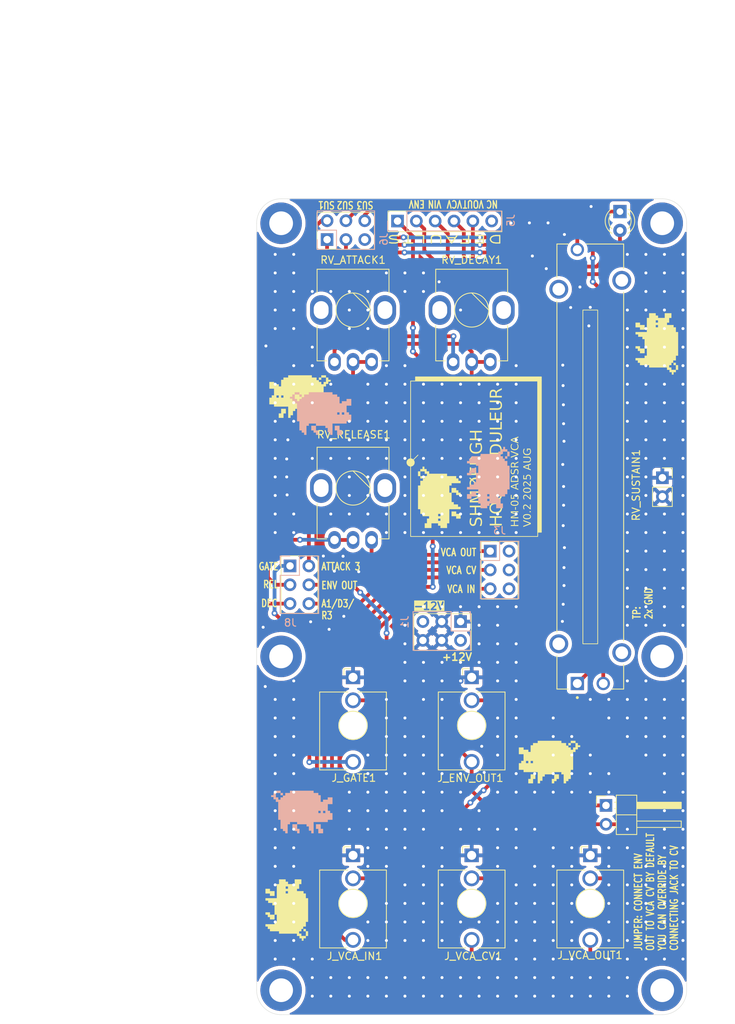
<source format=kicad_pcb>
(kicad_pcb (version 20241229) (generator "pcbnew") (generator_version "9.0")
  (layers (0 "F.Cu" signal) (2 "B.Cu" signal) (13 "F.Paste" user) (15 "B.Paste" user) (5 "F.SilkS" user "F.Silkscreen") (7 "B.SilkS" user "B.Silkscreen") (1 "F.Mask" user) (3 "B.Mask" user) (25 "Edge.Cuts" user))
  (net 0 "")
  (net 1 "LED_A")
  (net 2 "+12V")
  (net 3 "GND")
  (net 4 "-12V")
  (net 5 "LED_K")
  (net 6 "VCA_OUT")
  (net 9 "VCA_CV")
  (net 11 "VCA_IN")
  (net 13 "VCA_CV_DEFAULT")
  (net 14 "VCA_IN_DEFAULT")
  (net 15 "GATE_DEFAULT")
  (net 16 "ENV_OUT_DEFAULT")
  (net 17 "VCA_OUT_DEFAULT")
  (net 19 "SUSTAIN_3")
  (net 20 "SUSTAIN_1")
  (net 21 "SUSTAIN_2")
  (net 22 "GATE")
  (net 23 "ATTACK_3")
  (net 24 "ENV_OUT")
  (net 25 "A1_D3_R3")
  (net 26 "DECAY_1")
  (net 27 "RELEASE_1")
  (footprint "MountingHole:MountingHole_3.2mm_M3_DIN965_Pad" (layer "F.Cu") (at 178.7 105.7)
    (property "Reference" "H6")
    (property "Value" "MountingHole")
  )
  (footprint "Shmoergh_Logo:Gyeszno" (layer "F.Cu") (at 163.497 119.946)
    (property "Reference" "G***" (hide yes))
    (property "Value" "LOGO" (hide yes))
  )
  (footprint "Shmoergh_Custom_Footprints:Jack_3.5mm_QingPu_WQP-PJ398SM_Vertical_CircularHoles" (layer "F.Cu") (at 137 115)
    (property "Reference" "J_GATE1")
    (property "Value" "PJ398SM")
  )
  (footprint "Shmoergh_Custom_Footprints:Potentiometer_Bourns_Single-PTV09A" (layer "F.Cu") (at 153 59)
    (property "Reference" "RV_DECAY1")
    (property "Value" "A500k")
  )
  (footprint "Connector_PinSocket_2.54mm:PinSocket_1x02_P2.54mm_Vertical" (layer "F.Cu") (at 178.725 81.612)
    (property "Reference" "J4")
    (property "Value" "Conn_01x02")
  )
  (footprint "Shmoergh_Logo:Gyeszno" (layer "F.Cu") (at 129.842 70.67)
    (property "Reference" "G***" (hide yes))
    (property "Value" "LOGO" (hide yes))
  )
  (footprint "Shmoergh_Custom_Footprints:Jack_3.5mm_QingPu_WQP-PJ398SM_Vertical_CircularHoles" (layer "F.Cu") (at 153 139)
    (property "Reference" "J_VCA_CV1")
    (property "Value" "PJ398SM")
  )
  (footprint "Shmoergh_Logo:Gyeszno" (layer "F.Cu") (at 148.638 84.259 90)
    (property "Reference" "G***" (hide yes))
    (property "Value" "LOGO" (hide yes))
  )
  (footprint "MountingHole:MountingHole_3.2mm_M3_DIN965_Pad" (layer "F.Cu") (at 178.7 47.3)
    (property "Reference" "H2")
    (property "Value" "MountingHole")
  )
  (footprint "MountingHole:MountingHole_3.2mm_M3_DIN965_Pad" (layer "F.Cu") (at 178.7 150.7)
    (property "Reference" "H3")
    (property "Value" "MountingHole")
  )
  (footprint "Shmoergh_Custom_Footprints:Jack_3.5mm_QingPu_WQP-PJ398SM_Vertical_CircularHoles" (layer "F.Cu") (at 169 139)
    (property "Reference" "J_VCA_OUT1")
    (property "Value" "PJ398SM")
  )
  (footprint "Shmoergh_Custom_Footprints:Jack_3.5mm_QingPu_WQP-PJ398SM_Vertical_CircularHoles" (layer "F.Cu") (at 153 115)
    (property "Reference" "J_ENV_OUT1")
    (property "Value" "PJ398SM")
  )
  (footprint "LED_THT:LED_D3.0mm" (layer "F.Cu") (at 173 45.73 -90)
    (property "Reference" "D1" (hide yes))
    (property "Value" "D")
  )
  (footprint "MountingHole:MountingHole_3.2mm_M3_DIN965_Pad" (layer "F.Cu") (at 127.3 47.3)
    (property "Reference" "H1")
    (property "Value" "MountingHole")
  )
  (footprint "Shmoergh_Custom_Footprints:Potentiometer_Bourns_Single-PTV09A" (layer "F.Cu") (at 137 59)
    (property "Reference" "RV_ATTACK1")
    (property "Value" "A500k")
  )
  (footprint "MountingHole:MountingHole_3.2mm_M3_DIN965_Pad" (layer "F.Cu") (at 127.3 150.7)
    (property "Reference" "H4")
    (property "Value" "MountingHole")
  )
  (footprint "Shmoergh_Logo:Gyeszno" (layer "F.Cu") (at 177.975 63.558 -90)
    (property "Reference" "G***" (hide yes))
    (property "Value" "LOGO" (hide yes))
  )
  (footprint "PTA4543-2015DPB103:TRIM_PTA4543-2015DPB103" (layer "F.Cu") (at 169 80.1 90)
    (property "Reference" "RV_SUSTAIN1")
    (property "Value" "10k")
  )
  (footprint "MountingHole:MountingHole_3.2mm_M3_DIN965_Pad" (layer "F.Cu") (at 127.3 105.7)
    (property "Reference" "H5")
    (property "Value" "MountingHole")
  )
  (footprint "Shmoergh_Custom_Footprints:Jack_3.5mm_QingPu_WQP-PJ398SM_Vertical_CircularHoles" (layer "F.Cu") (at 137 139)
    (property "Reference" "J_VCA_IN1")
    (property "Value" "PJ398SM")
  )
  (footprint "Shmoergh_Logo:Gyeszno" (layer "F.Cu") (at 128.064 139.885 -90)
    (property "Reference" "G***" (hide yes))
    (property "Value" "LOGO" (hide yes))
  )
  (footprint "Shmoergh_Custom_Footprints:Potentiometer_Bourns_Single-PTV09A" (layer "F.Cu") (at 137 83)
    (property "Reference" "RV_RELEASE1")
    (property "Value" "A500k")
  )
  (footprint "Connector_PinHeader_2.54mm:PinHeader_1x02_P2.54mm_Horizontal" (layer "F.Cu") (at 171.117 125.788)
    (property "Reference" "JP_DEFAULT_ENV_TO_VCA1")
    (property "Value" "Jumper_2_Open")
  )
  (footprint "Connector_PinSocket_2.54mm:PinSocket_2x03_P2.54mm_Vertical" (layer "B.Cu") (at 133.5 49.5 -90)
    (property "Reference" "J6")
    (property "Value" "Conn_02x03_Odd_Even")
  )
  (footprint "Shmoergh_Logo:Gyeszno" (layer "B.Cu") (at 132.636 72.956 180)
    (property "Reference" "G***" (hide yes))
    (property "Value" "LOGO" (hide yes))
  )
  (footprint "Connector_PinSocket_2.54mm:PinSocket_2x03_P2.54mm_Vertical" (layer "B.Cu") (at 151.5 101 90)
    (property "Reference" "J1")
    (property "Value" "Conn_02x03_Odd_Even")
  )
  (footprint "Shmoergh_Logo:Gyeszno" (layer "B.Cu") (at 130.096 126.677 180)
    (property "Reference" "G***" (hide yes))
    (property "Value" "LOGO" (hide yes))
  )
  (footprint "Shmoergh_Logo:Gyeszno" (layer "B.Cu") (at 155.242 81.592 90)
    (property "Reference" "G***" (hide yes))
    (property "Value" "LOGO" (hide yes))
  )
  (footprint "Connector_PinSocket_2.54mm:PinSocket_2x03_P2.54mm_Vertical" (layer "B.Cu") (at 155.5 91.5 180)
    (property "Reference" "J3")
    (property "Value" "Conn_02x03_Odd_Even")
  )
  (footprint "Connector_PinSocket_2.54mm:PinSocket_1x06_P2.54mm_Vertical" (layer "B.Cu") (at 143 47 -90)
    (property "Reference" "J5")
    (property "Value" "Conn_01x06")
  )
  (footprint "Connector_PinSocket_2.54mm:PinSocket_2x03_P2.54mm_Vertical" (layer "B.Cu") (at 128.5 93.5 180)
    (property "Reference" "J8")
    (property "Value" "Conn_02x03_Odd_Even")
  )
  (gr_rect (start 154.2895 90.228) (end 159.2425 97.975) (stroke (width 0.1)) (fill no) (layer "F.SilkS"))
  (gr_rect (start 145.209 99.9435) (end 152.956 104.8965) (stroke (width 0.1)) (fill no) (layer "F.SilkS"))
  (gr_rect (start 161.9095 68.513) (end 162.4005 88.956) (stroke (width 0.1)) (fill yes) (layer "F.SilkS"))
  (gr_line (start 145.7645 78.552) (end 144.7645 79.552) (stroke (width 0.1)) (layer "F.SilkS"))
  (gr_rect (start 127.302 92.133) (end 132.255 99.88) (stroke (width 0.1)) (fill no) (layer "F.SilkS"))
  (gr_rect (start 145.4245 68.013) (end 162.4005 68.513) (stroke (width 0.1)) (fill yes) (layer "F.SilkS"))
  (gr_rect (start 132.128 45.8415) (end 139.875 50.7945) (stroke (width 0.1)) (fill no) (layer "F.SilkS"))
  (gr_rect (start 168 59) (end 170 104) (stroke (width 0.1)) (fill no) (layer "F.SilkS"))
  (gr_rect (start 144.7645 68.5745) (end 161.9095 89.5295) (stroke (width 0.1)) (fill no) (layer "F.SilkS"))
  (gr_rect (start 141.7165 45.651) (end 157.0835 48.445) (stroke (width 0.1)) (fill no) (layer "F.SilkS"))
  (gr_circle (center 144.7645 79.552) (end 144.2645 79.552) (stroke (width 0.1)) (fill yes) (layer "F.SilkS"))
  (gr_line (start 178.7 154) (end 127.3 154) (stroke (width 0.05)) (layer "Edge.Cuts"))
  (gr_arc (start 182 150.7) (mid 181.033452 153.033452) (end 178.7 154) (stroke (width 0.05)) (layer "Edge.Cuts"))
  (gr_line (start 182 47.3) (end 182 150.7) (stroke (width 0.05)) (layer "Edge.Cuts"))
  (gr_line (start 127.3 44) (end 178.7 44) (stroke (width 0.05)) (layer "Edge.Cuts"))
  (gr_line (start 124 150.7) (end 124 47.3) (stroke (width 0.05)) (layer "Edge.Cuts"))
  (gr_arc (start 124 47.3) (mid 124.966548 44.966548) (end 127.3 44) (stroke (width 0.05)) (layer "Edge.Cuts"))
  (gr_arc (start 127.3 154) (mid 124.966548 153.033452) (end 124 150.7) (stroke (width 0.05)) (layer "Edge.Cuts"))
  (gr_arc (start 178.7 44) (mid 181.033452 44.966548) (end 182 47.3) (stroke (width 0.05)) (layer "Edge.Cuts"))
  (gr_text "SHMØERGH \nHOG MODULEUR" (at 157.3375 88.2595 90) (layer "F.SilkS") (effects (font (size 1.6 1.6) (thickness 0.1)) (justify left bottom)))
  (gr_text "ATTACK 3" (at 132.636 94.165 0) (layer "F.SilkS") (effects (font (size 1 0.75) (thickness 0.17) (bold yes)) (justify left bottom)))
  (gr_text "VCA CV" (at 153.718 94.673 0) (layer "F.SilkS") (effects (font (size 1 0.75) (thickness 0.17) (bold yes)) (justify right bottom)))
  (gr_text "DEFAULTS" (at 149.4 48.826 180) (layer "F.SilkS") (effects (font (size 1 2.2) (thickness 0.17) (bold yes)) (justify bottom)))
  (gr_text "VCA OUT" (at 153.718 92.26 0) (layer "F.SilkS") (effects (font (size 1 0.75) (thickness 0.17) (bold yes)) (justify right bottom)))
  (gr_text "-12V" (at 145.082 99.499 0) (layer "F.SilkS" knockout) (effects (font (size 1 1) (thickness 0.2) (bold yes)) (justify left bottom)))
  (gr_text "REL" (at 127.048 96.578 0) (layer "F.SilkS") (effects (font (size 1 0.75) (thickness 0.17) (bold yes)) (justify right bottom)))
  (gr_text "SU1" (at 133.398 44.254 180) (layer "F.SilkS") (effects (font (size 1 0.75) (thickness 0.17) (bold yes)) (justify bottom)))
  (gr_text "VIN" (at 148.003 44.127 180) (layer "F.SilkS") (effects (font (size 1 0.75) (thickness 0.17) (bold yes)) (justify bottom)))
  (gr_text "TP:\n2x GND" (at 177.467 100.769 90) (layer "F.SilkS") (effects (font (size 1 0.75) (thickness 0.17) (bold yes)) (justify left bottom)))
  (gr_text "SU2" (at 135.938 44.254 180) (layer "F.SilkS") (effects (font (size 1 0.75) (thickness 0.17) (bold yes)) (justify bottom)))
  (gr_text "+12V" (at 148.892 106.357 0) (layer "F.SilkS") (effects (font (size 1 1) (thickness 0.2) (bold yes)) (justify left bottom)))
  (gr_text "ENV" (at 145.59 44.127 180) (layer "F.SilkS") (effects (font (size 1 0.75) (thickness 0.17) (bold yes)) (justify bottom)))
  (gr_text "JUMPER: CONNECT ENV\nOUT TO VCA CV BY DEFAULT\nYOU CAN OVERRIDE BY\nCONNECTING JACK TO CV" (at 180.896 145.473 90) (layer "F.SilkS") (effects (font (size 1 0.75) (thickness 0.17) (bold yes)) (justify left bottom)))
  (gr_text "ENV OUT" (at 132.636 96.705 0) (layer "F.SilkS") (effects (font (size 1 0.75) (thickness 0.17) (bold yes)) (justify left bottom)))
  (gr_text "DEC" (at 126.921 99.118 0) (layer "F.SilkS") (effects (font (size 1 0.75) (thickness 0.17) (bold yes)) (justify right bottom)))
  (gr_text "SU3" (at 138.605 44.254 180) (layer "F.SilkS") (effects (font (size 1 0.75) (thickness 0.17) (bold yes)) (justify bottom)))
  (gr_text "VCA IN" (at 153.591 97.213 0) (layer "F.SilkS") (effects (font (size 1 0.75) (thickness 0.17) (bold yes)) (justify right bottom)))
  (gr_text "A1/D3/\nR3" (at 132.636 100.769 0) (layer "F.SilkS") (effects (font (size 1 0.75) (thickness 0.17) (bold yes)) (justify left bottom)))
  (gr_text "NC" (at 155.75 44.127 180) (layer "F.SilkS") (effects (font (size 1 0.75) (thickness 0.17) (bold yes)) (justify bottom)))
  (gr_text "GATE" (at 127.048 94.165 0) (layer "F.SilkS") (effects (font (size 1 0.75) (thickness 0.17) (bold yes)) (justify right bottom)))
  (gr_text "VCV" (at 150.67 44.127 180) (layer "F.SilkS") (effects (font (size 1 0.75) (thickness 0.17) (bold yes)) (justify bottom)))
  (gr_text "HM-05 ADSR VCA\nV0.2 2025 AUG" (at 161.1475 88.2595 90) (layer "F.SilkS") (effects (font (size 1 1) (thickness 0.1)) (justify left bottom)))
  (gr_text "VOUT" (at 153.21 44.127 180) (layer "F.SilkS") (effects (font (size 1 0.75) (thickness 0.17) (bold yes)) (justify bottom)))
  (segment (start 139.748 52.636) (end 134.287 52.636) (width 0.508) (layer "F.Cu") (net 1))
  (segment (start 162.211003 50.207003) (end 166.164 54.16) (width 0.508) (layer "F.Cu") (net 1))
  (segment (start 154.099 50.207003) (end 162.211003 50.207003) (width 0.508) (layer "F.Cu") (net 1))
  (segment (start 133.5 51.849) (end 133.5 49.5) (width 0.508) (layer "F.Cu") (net 1))
  (segment (start 134.287 52.636) (end 133.5 51.849) (width 0.508) (layer "F.Cu") (net 1))
  (segment (start 142.176997 50.207003) (end 139.748 52.636) (width 0.508) (layer "F.Cu") (net 1))
  (segment (start 143.939 50.207003) (end 142.176997 50.207003) (width 0.508) (layer "F.Cu") (net 1))
  (segment (start 166.164 54.16) (end 170.355 54.16) (width 0.508) (layer "F.Cu") (net 1))
  (segment (start 173 51.515) (end 173 48.27) (width 0.508) (layer "F.Cu") (net 1))
  (segment (start 170.355 54.16) (end 173 51.515) (width 0.508) (layer "F.Cu") (net 1))
  (via (at 154.099 50.207003) (size 0.8) (drill 0.4) (layers "F.Cu" "B.Cu") (net 1))
  (via (at 143.939 50.207003) (size 0.8) (drill 0.4) (layers "F.Cu" "B.Cu") (net 1))
  (segment (start 143.939 50.207003) (end 154.099 50.207003) (width 0.508) (layer "B.Cu") (net 1))
  (via (at 181.5 144) (size 0.8) (drill 0.4) (layers "F.Cu" "B.Cu") (net 3))
  (via (at 154 151.5) (size 0.8) (drill 0.4) (layers "F.Cu" "B.Cu") (net 3))
  (via (at 163.061946 53.422395) (size 0.8) (drill 0.4) (layers "F.Cu" "B.Cu") (net 3))
  (via (at 144 124) (size 0.8) (drill 0.4) (layers "F.Cu" "B.Cu") (net 3))
  (via (at 131.5 71.5) (size 0.8) (drill 0.4) (layers "F.Cu" "B.Cu") (net 3))
  (via (at 126.5 86.5) (size 0.8) (drill 0.4) (layers "F.Cu" "B.Cu") (net 3))
  (via (at 149 114) (size 0.8) (drill 0.4) (layers "F.Cu" "B.Cu") (net 3))
  (via (at 171.5 111.5) (size 0.8) (drill 0.4) (layers "F.Cu" "B.Cu") (net 3))
  (via (at 146.5 54) (size 0.8) (drill 0.4) (layers "F.Cu" "B.Cu") (net 3))
  (via (at 181.5 59) (size 0.8) (drill 0.4) (layers "F.Cu" "B.Cu") (net 3))
  (via (at 151.5 86.5) (size 0.8) (drill 0.4) (layers "F.Cu" "B.Cu") (net 3))
  (via (at 154 129) (size 0.8) (drill 0.4) (layers "F.Cu" "B.Cu") (net 3))
  (via (at 171.5 131.5) (size 0.8) (drill 0.4) (layers "F.Cu" "B.Cu") (net 3))
  (via (at 129 116.5) (size 0.8) (drill 0.4) (layers "F.Cu" "B.Cu") (net 3))
  (via (at 126.5 76.5) (size 0.8) (drill 0.4) (layers "F.Cu" "B.Cu") (net 3))
  (via (at 179 86.5) (size 0.8) (drill 0.4) (layers "F.Cu" "B.Cu") (net 3))
  (via (at 131.5 69) (size 0.8) (drill 0.4) (layers "F.Cu" "B.Cu") (net 3))
  (via (at 129 86.5) (size 0.8) (drill 0.4) (layers "F.Cu" "B.Cu") (net 3))
  (via (at 144 79) (size 0.8) (drill 0.4) (layers "F.Cu" "B.Cu") (net 3))
  (via (at 171.5 121.5) (size 0.8) (drill 0.4) (layers "F.Cu" "B.Cu") (net 3))
  (via (at 146.5 74) (size 0.8) (drill 0.4) (layers "F.Cu" "B.Cu") (net 3))
  (via (at 154 101.5) (size 0.8) (drill 0.4) (layers "F.Cu" "B.Cu") (net 3))
  (via (at 134 149) (size 0.8) (drill 0.4) (layers "F.Cu" "B.Cu") (net 3))
  (via (at 174 79) (size 0.8) (drill 0.4) (layers "F.Cu" "B.Cu") (net 3))
  (via (at 128.052349 81.499999) (size 0.8) (drill 0.4) (layers "F.Cu" "B.Cu") (net 3))
  (via (at 179 51.5) (size 0.8) (drill 0.4) (layers "F.Cu" "B.Cu") (net 3))
  (via (at 161.5 146.5) (size 0.8) (drill 0.4) (layers "F.Cu" "B.Cu") (net 3))
  (via (at 171.5 144) (size 0.8) (drill 0.4) (layers "F.Cu" "B.Cu") (net 3))
  (via (at 126.5 139) (size 0.8) (drill 0.4) (layers "F.Cu" "B.Cu") (net 3))
  (via (at 129 51.5) (size 0.8) (drill 0.4) (layers "F.Cu" "B.Cu") (net 3))
  (via (at 166.5 151.5) (size 0.8) (drill 0.4) (layers "F.Cu" "B.Cu") (net 3))
  (via (at 156.5 104) (size 0.8) (drill 0.4) (layers "F.Cu" "B.Cu") (net 3))
  (via (at 179 131.5) (size 0.8) (drill 0.4) (layers "F.Cu" "B.Cu") (net 3))
  (via (at 164 134) (size 0.8) (drill 0.4) (layers "F.Cu" "B.Cu") (net 3))
  (via (at 174 114) (size 0.8) (drill 0.4) (layers "F.Cu" "B.Cu") (net 3))
  (via (at 179 74) (size 0.8) (drill 0.4) (layers "F.Cu" "B.Cu") (net 3))
  (via (at 176.5 116.5) (size 0.8) (drill 0.4) (layers "F.Cu" "B.Cu") (net 3))
  (via (at 126.5 54) (size 0.8) (drill 0.4) (layers "F.Cu" "B.Cu") (net 3))
  (via (at 136.5 84) (size 0.8) (drill 0.4) (layers "F.Cu" "B.Cu") (net 3))
  (via (at 159 139) (size 0.8) (drill 0.4) (layers "F.Cu" "B.Cu") (net 3))
  (via (at 154 69) (size 0.8) (drill 0.4) (layers "F.Cu" "B.Cu") (net 3))
  (via (at 181.5 124) (size 0.8) (drill 0.4) (layers "F.Cu" "B.Cu") (net 3))
  (via (at 141.5 129) (size 0.8) (drill 0.4) (layers "F.Cu" "B.Cu") (net 3))
  (via (at 146.5 144) (size 0.8) (drill 0.4) (layers "F.Cu" "B.Cu") (net 3))
  (via (at 134 56.5) (size 0.8) (drill 0.4) (layers "F.Cu" "B.Cu") (net 3))
  (via (at 144 119) (size 0.8) (drill 0.4) (layers "F.Cu" "B.Cu") (net 3))
  (via (at 149 136.5) (size 0.8) (drill 0.4) (layers "F.Cu" "B.Cu") (net 3))
  (via (at 149 134) (size 0.8) (drill 0.4) (layers "F.Cu" "B.Cu") (net 3))
  (via (at 126.5 136.5) (size 0.8) (drill 0.4) (layers "F.Cu" "B.Cu") (net 3))
  (via (at 159 131.5) (size 0.8) (drill 0.4) (layers "F.Cu" "B.Cu") (net 3))
  (via (at 161.5 149) (size 0.8) (drill 0.4) (layers "F.Cu" "B.Cu") (net 3))
  (via (at 179 121.5) (size 0.8) (drill 0.4) (layers "F.Cu" "B.Cu") (net 3))
  (via (at 169 124) (size 0.8) (drill 0.4) (layers "F.Cu" "B.Cu") (net 3))
  (via (at 159 111.5) (size 0.8) (drill 0.4) (layers "F.Cu" "B.Cu") (net 3))
  (via (at 146.5 89) (size 0.8) (drill 0.4) (layers "F.Cu" "B.Cu") (net 3))
  (via (at 126.5 114) (size 0.8) (drill 0.4) (layers "F.Cu" "B.Cu") (net 3))
  (via (at 181.5 84) (size 0.8) (drill 0.4) (layers "F.Cu" "B.Cu") (net 3))
  (via (at 156.5 89) (size 0.8) (drill 0.4) (layers "F.Cu" "B.Cu") (net 3))
  (via (at 159 69) (size 0.8) (drill 0.4) (layers "F.Cu" "B.Cu") (net 3))
  (via (at 179 139) (size 0.8) (drill 0.4) (layers "F.Cu" "B.Cu") (net 3))
  (via (at 159 151.5) (size 0.8) (drill 0.4) (layers "F.Cu" "B.Cu") (net 3))
  (via (at 132.996194 92.168054) (size 0.8) (drill 0.4) (layers "F.Cu" "B.Cu") (net 3))
  (via (at 159 149) (size 0.8) (drill 0.4) (layers "F.Cu" "B.Cu") (net 3))
  (via (at 176.5 139) (size 0.8) (drill 0.4) (layers "F.Cu" "B.Cu") (net 3))
  (via (at 136.5 124) (size 0.8) (drill 0.4) (layers "F.Cu" "B.Cu") (net 3))
  (via (at 176.5 99) (size 0.8) (drill 0.4) (layers "F.Cu" "B.Cu") (net 3))
  (via (at 181.5 51.5) (size 0.8) (drill 0.4) (layers "F.Cu" "B.Cu") (net 3))
  (via (at 141.5 144) (size 0.8) (drill 0.4) (layers "F.Cu" "B.Cu") (net 3))
  (via (at 141.5 121.5) (size 0.8) (drill 0.4) (layers "F.Cu" "B.Cu") (net 3))
  (via (at 166.5 131.5) (size 0.8) (drill 0.4) (layers "F.Cu" "B.Cu") (net 3))
  (via (at 181.5 61.5) (size 0.8) (drill 0.4) (layers "F.Cu" "B.Cu") (net 3))
  (via (at 139 121.5) (size 0.8) (drill 0.4) (layers "F.Cu" "B.Cu") (net 3))
  (via (at 151.5 74) (size 0.8) (drill 0.4) (layers "F.Cu" "B.Cu") (net 3))
  (via (at 151.5 99) (size 0.8) (drill 0.4) (layers "F.Cu" "B.Cu") (net 3))
  (via (at 149 151.5) (size 0.8) (drill 0.4) (layers "F.Cu" "B.Cu") (net 3))
  (via (at 176.5 61.5) (size 0.8) (drill 0.4) (layers "F.Cu" "B.Cu") (net 3))
  (via (at 179 89) (size 0.8) (drill 0.4) (layers "F.Cu" "B.Cu") (net 3))
  (via (at 129 131.5) (size 0.8) (drill 0.4) (layers "F.Cu" "B.Cu") (net 3))
  (via (at 161.5 129) (size 0.8) (drill 0.4) (layers "F.Cu" "B.Cu") (net 3))
  (via (at 126.5 144) (size 0.8) (drill 0.4) (layers "F.Cu" "B.Cu") (net 3))
  (via (at 151.5 141.5) (size 0.8) (drill 0.4) (layers "F.Cu" "B.Cu") (net 3))
  (via (at 181.5 146.5) (size 0.8) (drill 0.4) (layers "F.Cu" "B.Cu") (net 3))
  (via (at 171.5 141.5) (size 0.8) (drill 0.4) (layers "F.Cu" "B.Cu") (net 3))
  (via (at 165.509863 91.032663) (size 0.8) (drill 0.4) (layers "F.Cu" "B.Cu") (net 3))
  (via (at 156.5 149) (size 0.8) (drill 0.4) (layers "F.Cu" "B.Cu") (net 3))
  (via (at 174 59) (size 0.8) (drill 0.4) (layers "F.Cu" "B.Cu") (net 3))
  (via (at 129 66.5) (size 0.8) (drill 0.4) (layers "F.Cu" "B.Cu") (net 3))
  (via (at 179 136.5) (size 0.8) (drill 0.4) (layers "F.Cu" "B.Cu") (net 3))
  (via (at 141.5 124) (size 0.8) (drill 0.4) (layers "F.Cu" "B.Cu") (net 3))
  (via (at 174 129) (size 0.8) (drill 0.4) (layers "F.Cu" "B.Cu") (net 3))
  (via (at 149 149) (size 0.8) (drill 0.4) (layers "F.Cu" "B.Cu") (net 3))
  (via (at 174 96.5) (size 0.8) (drill 0.4) (layers "F.Cu" "B.Cu") (net 3))
  (via (at 166.5 139) (size 0.8) (drill 0.4) (layers "F.Cu" "B.Cu") (net 3))
  (via (at 131.5 146.5) (size 0.8) (drill 0.4) (layers "F.Cu" "B.Cu") (net 3))
  (via (at 139 124) (size 0.8) (drill 0.4) (layers "F.Cu" "B.Cu") (net 3))
  (via (at 129 124) (size 0.8) (drill 0.4) (layers "F.Cu" "B.Cu") (net 3))
  (via (at 149 89) (size 0.8) (drill 0.4) (layers "F.Cu" "B.Cu") (net 3))
  (via (at 144 81.5) (size 0.8) (drill 0.4) (layers "F.Cu" "B.Cu") (net 3))
  (via (at 149 131.5) (size 0.8) (drill 0.4) (layers "F.Cu" "B.Cu") (net 3))
  (via (at 131.5 149) (size 0.8) (drill 0.4) (layers "F.Cu" "B.Cu") (net 3))
  (via (at 164 136.5) (size 0.8) (drill 0.4) (layers "F.Cu" "B.Cu") (net 3))
  (via (at 126.5 119) (size 0.8) (drill 0.4) (layers "F.Cu" "B.Cu") (net 3))
  (via (at 171.5 134) (size 0.8) (drill 0.4) (layers "F.Cu" "B.Cu") (net 3))
  (via (at 181.5 126.5) (size 0.8) (drill 0.4) (layers "F.Cu" "B.Cu") (net 3))
  (via (at 146.5 141.5) (size 0.8) (drill 0.4) (layers "F.Cu" "B.Cu") (net 3))
  (via (at 156.5 114) (size 0.8) (drill 0.4) (layers "F.Cu" "B.Cu") (net 3))
  (via (at 159 99) (size 0.8) (drill 0.4) (layers "F.Cu" "B.Cu") (net 3))
  (via (at 179 61.5) (size 0.8) (drill 0.4) (layers "F.Cu" "B.Cu") (net 3))
  (via (at 144 131.5) (size 0.8) (drill 0.4) (layers "F.Cu" "B.Cu") (net 3))
  (via (at 176.5 51.5) (size 0.8) (drill 0.4) (layers "F.Cu" "B.Cu") (net 3))
  (via (at 156.5 99) (size 0.8) (drill 0.4) (layers "F.Cu" "B.Cu") (net 3))
  (via (at 149 79) (size 0.8) (drill 0.4) (layers "F.Cu" "B.Cu") (net 3))
  (via (at 144 139) (size 0.8) (drill 0.4) (layers "F.Cu" "B.Cu") (net 3))
  (via (at 136.5 126.5) (size 0.8) (drill 0.4) (layers "F.Cu" "B.Cu") (net 3))
  (via (at 181.5 139) (size 0.8) (drill 0.4) (layers "F.Cu" "B.Cu") (net 3))
  (via (at 174 64) (size 0.8) (drill 0.4) (layers "F.Cu" "B.Cu") (net 3))
  (via (at 166.5 124) (size 0.8) (drill 0.4) (layers "F.Cu" "B.Cu") (net 3))
  (via (at 174 74) (size 0.8) (drill 0.4) (layers "F.Cu" "B.Cu") (net 3))
  (via (at 144 151.5) (size 0.8) (drill 0.4) (layers "F.Cu" "B.Cu") (net 3))
  (via (at 169 149) (size 0.8) (drill 0.4) (layers "F.Cu" "B.Cu") (net 3))
  (via (at 146.5 129) (size 0.8) (drill 0.4) (layers "F.Cu" "B.Cu") (net 3))
  (via (at 176.5 101.5) (size 0.8) (drill 0.4) (layers "F.Cu" "B.Cu") (net 3))
  (via (at 179 91.5) (size 0.8) (drill 0.4) (layers "F.Cu" "B.Cu") (net 3))
  (via (at 139 84) (size 0.8) (drill 0.4) (layers "F.Cu" "B.Cu") (net 3))
  (via (at 146.5 79) (size 0.8) (drill 0.4) (layers "F.Cu" "B.Cu") (net 3))
  (via (at 166.5 121.5) (size 0.8) (drill 0.4) (layers "F.Cu" "B.Cu") (net 3))
  (via (at 125.157438 109.757898) (size 0.8) (drill 0.4) (layers "F.Cu" "B.Cu") (net 3))
  (via (at 126.5 81.5) (size 0.8) (drill 0.4) (layers "F.Cu" "B.Cu") (net 3))
  (via (at 164 151.5) (size 0.8) (drill 0.4) (layers "F.Cu" "B.Cu") (net 3))
  (via (at 141.5 66.5) (size 0.8) (drill 0.4) (layers "F.Cu" "B.Cu") (net 3))
  (via (at 144 141.5) (size 0.8) (drill 0.4) (layers "F.Cu" "B.Cu") (net 3))
  (via (at 126.5 131.5) (size 0.8) (drill 0.4) (layers "F.Cu" "B.Cu") (net 3))
  (via (at 166.5 149) (size 0.8) (drill 0.4) (layers "F.Cu" "B.Cu") (net 3))
  (via (at 176.5 109) (size 0.8) (drill 0.4) (layers "F.Cu" "B.Cu") (net 3))
  (via (at 126.5 51.5) (size 0.8) (drill 0.4) (layers "F.Cu" "B.Cu") (net 3))
  (via (at 176.5 69) (size 0.8) (drill 0.4) (layers "F.Cu" "B.Cu") (net 3))
  (via (at 146.5 134) (size 0.8) (drill 0.4) (layers "F.Cu" "B.Cu") (net 3))
  (via (at 166.5 144) (size 0.8) (drill 0.4) (layers "F.Cu" "B.Cu") (net 3))
  (via (at 156.5 139) (size 0.8) (drill 0.4) (layers "F.Cu" "B.Cu") (net 3))
  (via (at 181.5 74) (size 0.8) (drill 0.4) (layers "F.Cu" "B.Cu") (net 3))
  (via (at 161.5 144) (size 0.8) (drill 0.4) (layers "F.Cu" "B.Cu") (net 3))
  (via (at 176.5 114) (size 0.8) (drill 0.4) (layers "F.Cu" "B.Cu") (net 3))
  (via (at 164 121.5) (size 0.8) (drill 0.4) (layers "F.Cu" "B.Cu") (net 3))
  (via (at 131.5 79) (size 0.8) (drill 0.4) (layers "F.Cu" "B.Cu") (net 3))
  (via (at 159 86.5) (size 0.8) (drill 0.4) (layers "F.Cu" "B.Cu") (net 3))
  (via (at 181.5 71.5) (size 0.8) (drill 0.4) (layers "F.Cu" "B.Cu") (net 3))
  (via (at 156.5 124) (size 0.8) (drill 0.4) (layers "F.Cu" "B.Cu") (net 3))
  (via (at 149 119) (size 0.8) (drill 0.4) (layers "F.Cu" "B.Cu") (net 3))
  (via (at 126.5 79) (size 0.8) (drill 0.4) (layers "F.Cu" "B.Cu") (net 3))
  (via (at 149 84) (size 0.8) (drill 0.4) (layers "F.Cu" "B.Cu") (net 3))
  (via (at 154 126.5) (size 0.8) (drill 0.4) (layers "F.Cu" "B.Cu") (net 3))
  (via (at 144 74) (size 0.8) (drill 0.4) (layers "F.Cu" "B.Cu") (net 3))
  (via (at 181.5 136.5) (size 0.8) (drill 0.4) (layers "F.Cu" "B.Cu") (net 3))
  (via (at 141.5 71.5) (size 0.8) (drill 0.4) (layers "F.Cu" "B.Cu") (net 3))
  (via (at 144 86.5) (size 0.8) (drill 0.4) (layers "F.Cu" "B.Cu") (net 3))
  (via (at 154 86.5) (size 0.8) (drill 0.4) (layers "F.Cu" "B.Cu") (net 3))
  (via (at 181.5 56.5) (size 0.8) (drill 0.4) (layers "F.Cu" "B.Cu") (net 3))
  (via (at 146.5 81.5) (size 0.8) (drill 0.4) (layers "F.Cu" "B.Cu") (net 3))
  (via (at 156.5 129) (size 0.8) (drill 0.4) (layers "F.Cu" "B.Cu") (net 3))
  (via (at 151.5 151.5) (size 0.8) (drill 0.4) (layers "F.Cu" "B.Cu") (net 3))
  (via (at 156.5 134) (size 0.8) (drill 0.4) (layers "F.Cu" "B.Cu") (net 3))
  (via (at 126.5 124) (size 0.8) (drill 0.4) (layers "F.Cu" "B.Cu") (net 3))
  (via (at 181.5 141.5) (size 0.8) (drill 0.4) (layers "F.Cu" "B.Cu") (net 3))
  (via (at 144 84) (size 0.8) (drill 0.4) (layers "F.Cu" "B.Cu") (net 3))
  (via (at 179 116.5) (size 0.8) (drill 0.4) (layers "F.Cu" "B.Cu") (net 3))
  (via (at 159 76.5) (size 0.8) (drill 0.4) (layers "F.Cu" "B.Cu") (net 3))
  (via (at 131.5 66.5) (size 0.8) (drill 0.4) (layers "F.Cu" "B.Cu") (net 3))
  (via (at 159 81.5) (size 0.8) (drill 0.4) (layers "F.Cu" "B.Cu") (net 3))
  (via (at 129 56.5) (size 0.8) (drill 0.4) (layers "F.Cu" "B.Cu") (net 3))
  (via (at 174 144) (size 0.8) (drill 0.4) (layers "F.Cu" "B.Cu") (net 3))
  (via (at 129 139) (size 0.8) (drill 0.4) (layers "F.Cu" "B.Cu") (net 3))
  (via (at 165.454913 76.690535) (size 0.8) (drill 0.4) (layers "F.Cu" "B.Cu") (net 3))
  (via (at 159 109) (size 0.8) (drill 0.4) (layers "F.Cu" "B.Cu") (net 3))
  (via (at 165.290061 79.822724) (size 0.8) (drill 0.4) (layers "F.Cu" "B.Cu") (net 3))
  (via (at 126.5 89) (size 0.8) (drill 0.4) (layers "F.Cu" "B.Cu") (net 3))
  (via (at 171.5 114) (size 0.8) (drill 0.4) (layers "F.Cu" "B.Cu") (net 3))
  (via (at 141.5 116.5) (size 0.8) (drill 0.4) (layers "F.Cu" "B.Cu") (net 3))
  (via (at 139 119) (size 0.8) (drill 0.4) (layers "F.Cu" "B.Cu") (net 3))
  (via (at 176.5 96.5) (size 0.8) (drill 0.4) (layers "F.Cu" "B.Cu") (net 3))
  (via (at 176.5 74) (size 0.8) (drill 0.4) (layers "F.Cu" "B.Cu") (net 3))
  (via (at 139 86.5) (size 0.8) (drill 0.4) (layers "F.Cu" "B.Cu") (net 3))
  (via (at 129 119) (size 0.8) (drill 0.4) (layers "F.Cu" "B.Cu") (net 3))
  (via (at 181.5 131.5) (size 0.8) (drill 0.4) (layers "F.Cu" "B.Cu") (net 3))
  (via (at 154.356886 117.81854) (size 0.8) (drill 0.4) (layers "F.Cu" "B.Cu") (net 3))
  (via (at 141.5 86.5) (size 0.8) (drill 0.4) (layers "F.Cu" "B.Cu") (net 3))
  (via (at 146.5 124) (size 0.8) (drill 0.4) (layers "F.Cu" "B.Cu") (net 3))
  (via (at 141.5 111.5) (size 0.8) (drill 0.4) (layers "F.Cu" "B.Cu") (net 3))
  (via (at 134.476807 94.200761) (size 0.8) (drill 0.4) (layers "F.Cu" "B.Cu") (net 3))
  (via (at 129 111.5) (size 0.8) (drill 0.4) (layers "F.Cu" "B.Cu") (net 3))
  (via (at 129 136.5) (size 0.8) (drill 0.4) (layers "F.Cu" "B.Cu") (net 3))
  (via (at 139 59) (size 0.8) (drill 0.4) (layers "F.Cu" "B.Cu") (net 3))
  (via (at 176.5 111.5) (size 0.8) (drill 0.4) (layers "F.Cu" "B.Cu") (net 3))
  (via (at 174 146.5) (size 0.8) (drill 0.4) (layers "F.Cu" "B.Cu") (net 3))
  (via (at 156.5 81.5) (size 0.8) (drill 0.4) (layers "F.Cu" "B.Cu") (net 3))
  (via (at 149 124) (size 0.8) (drill 0.4) (layers "F.Cu" "B.Cu") (net 3))
  (via (at 144 56.5) (size 0.8) (drill 0.4) (layers "F.Cu" "B.Cu") (net 3))
  (via (at 144 109) (size 0.8) (drill 0.4) (layers "F.Cu" "B.Cu") (net 3))
  (via (at 126.5 126.5) (size 0.8) (drill 0.4) (layers "F.Cu" "B.Cu") (net 3))
  (via (at 134 151.5) (size 0.8) (drill 0.4) (layers "F.Cu" "B.Cu") (net 3))
  (via (at 154.686596 121.335443) (size 0.8) (drill 0.4) (layers "F.Cu" "B.Cu") (net 3))
  (via (at 139 76.5) (size 0.8) (drill 0.4) (layers "F.Cu" "B.Cu") (net 3))
  (via (at 174 61.5) (size 0.8) (drill 0.4) (layers "F.Cu" "B.Cu") (net 3))
  (via (at 136.5 74) (size 0.8) (drill 0.4) (layers "F.Cu" "B.Cu") (net 3))
  (via (at 156.5 109) (size 0.8) (drill 0.4) (layers "F.Cu" "B.Cu") (net 3))
  (via (at 181.5 121.5) (size 0.8) (drill 0.4) (layers "F.Cu" "B.Cu") (net 3))
  (via (at 141.5 134) (size 0.8) (drill 0.4) (layers "F.Cu" "B.Cu") (net 3))
  (via (at 154 106.5) (size 0.8) (drill 0.4) (layers "F.Cu" "B.Cu") (net 3))
  (via (at 164 144) (size 0.8) (drill 0.4) (layers "F.Cu" "B.Cu") (net 3))
  (via (at 136.5 149) (size 0.8) (drill 0.4) (layers "F.Cu" "B.Cu") (net 3))
  (via (at 151.5 79) (size 0.8) (drill 0.4) (layers "F.Cu" "B.Cu") (net 3))
  (via (at 141.5 76.5) (size 0.8) (drill 0.4) (layers "F.Cu" "B.Cu") (net 3))
  (via (at 131.5 56.5) (size 0.8) (drill 0.4) (layers "F.Cu" "B.Cu") (net 3))
  (via (at 168.805101 61.136006) (size 0.8) (drill 0.4) (layers "F.Cu" "B.Cu") (net 3))
  (via (at 141.5 149) (size 0.8) (drill 0.4) (layers "F.Cu" "B.Cu") (net 3))
  (via (at 154 149) (size 0.8) (drill 0.4) (layers "F.Cu" "B.Cu") (net 3))
  (via (at 139 126.5) (size 0.8) (drill 0.4) (layers "F.Cu" "B.Cu") (net 3))
  (via (at 126.5 69) (size 0.8) (drill 0.4) (layers "F.Cu" "B.Cu") (net 3))
  (via (at 166.5 141.5) (size 0.8) (drill 0.4) (layers "F.Cu" "B.Cu") (net 3))
  (via (at 154 71.5) (size 0.8) (drill 0.4) (layers "F.Cu" "B.Cu") (net 3))
  (via (at 129 109) (size 0.8) (drill 0.4) (layers "F.Cu" "B.Cu") (net 3))
  (via (at 181.5 66.5) (size 0.8) (drill 0.4) (layers "F.Cu" "B.Cu") (net 3))
  (via (at 179 71.5) (size 0.8) (drill 0.4) (layers "F.Cu" "B.Cu") (net 3))
  (via (at 126.5 56.5) (size 0.8) (drill 0.4) (layers "F.Cu" "B.Cu") (net 3))
  (via (at 159 116.5) (size 0.8) (drill 0.4) (layers "F.Cu" "B.Cu") (net 3))
  (via (at 156.5 69) (size 0.8) (drill 0.4) (layers "F.Cu" "B.Cu") (net 3))
  (via (at 181.5 116.5) (size 0.8) (drill 0.4) (layers "F.Cu" "B.Cu") (net 3))
  (via (at 151.5 71.5) (size 0.8) (drill 0.4) (layers "F.Cu" "B.Cu") (net 3))
  (via (at 181.5 79) (size 0.8) (drill 0.4) (layers "F.Cu" "B.Cu") (net 3))
  (via (at 174 116.5) (size 0.8) (drill 0.4) (layers "F.Cu" "B.Cu") (net 3))
  (via (at 181.5 76.5) (size 0.8) (drill 0.4) (layers "F.Cu" "B.Cu") (net 3))
  (via (at 139 144) (size 0.8) (drill 0.4) (layers "F.Cu" "B.Cu") (net 3))
  (via (at 166.5 136.5) (size 0.8) (drill 0.4) (layers "F.Cu" "B.Cu") (net 3))
  (via (at 135.656279 92.193149) (size 0.8) (drill 0.4) (layers "F.Cu" "B.Cu") (net 3))
  (via (at 146.5 76.5) (size 0.8) (drill 0.4) (layers "F.Cu" "B.Cu") (net 3))
  (via (at 159 144) (size 0.8) (drill 0.4) (layers "F.Cu" "B.Cu") (net 3))
  (via (at 174 94) (size 0.8) (drill 0.4) (layers "F.Cu" "B.Cu") (net 3))
  (via (at 181.5 96.5) (size 0.8) (drill 0.4) (layers "F.Cu" "B.Cu") (net 3))
  (via (at 165.454913 96.143076) (size 0.8) (drill 0.4) (layers "F.Cu" "B.Cu") (net 3))
  (via (at 144 89) (size 0.8) (drill 0.4) (layers "F.Cu" "B.Cu") (net 3))
  (via (at 181.5 64) (size 0.8) (drill 0.4) (layers "F.Cu" "B.Cu") (net 3))
  (via (at 141.5 141.5) (size 0.8) (drill 0.4) (layers "F.Cu" "B.Cu") (net 3))
  (via (at 181.5 94) (size 0.8) (drill 0.4) (layers "F.Cu" "B.Cu") (net 3))
  (via (at 126.5 59) (size 0.8) (drill 0.4) (layers "F.Cu" "B.Cu") (net 3))
  (via (at 154 141.5) (size 0.8) (drill 0.4) (layers "F.Cu" "B.Cu") (net 3))
  (via (at 179 119) (size 0.8) (drill 0.4) (layers "F.Cu" "B.Cu") (net 3))
  (via (at 139 61.5) (size 0.8) (drill 0.4) (layers "F.Cu" "B.Cu") (net 3))
  (via (at 174 141.5) (size 0.8) (drill 0.4) (layers "F.Cu" "B.Cu") (net 3))
  (via (at 146.5 86.5) (size 0.8) (drill 0.4) (layers "F.Cu" "B.Cu") (net 3))
  (via (at 149 76.5) (size 0.8) (drill 0.4) (layers "F.Cu" "B.Cu") (net 3))
  (via (at 176.5 59) (size 0.8) (drill 0.4) (layers "F.Cu" "B.Cu") (net 3))
  (via (at 129 129) (size 0.8) (drill 0.4) (layers "F.Cu" "B.Cu") (net 3))
  (via (at 164 119) (size 0.8) (drill 0.4) (layers "F.Cu" "B.Cu") (net 3))
  (via (at 131.5 151.5) (size 0.8) (drill 0.4) (layers "F.Cu" "B.Cu") (net 3))
  (via (at 164 146.5) (size 0.8) (drill 0.4) (layers "F.Cu" "B.Cu") (net 3))
  (via (at 129 121.5) (size 0.8) (drill 0.4) (layers "F.Cu" "B.Cu") (net 3))
  (via (at 125.248416 63.843475) (size 0.8) (drill 0.4) (layers "F.Cu" "B.Cu") (net 3))
  (via (at 169.106691 45.043577) (size 0.8) (drill 0.4) (layers "F.Cu" "B.Cu") (net 3))
  (via (at 176.5 54) (size 0.8) (drill 0.4) (layers "F.Cu" "B.Cu") (net 3))
  (via (at 136.5 81.5) (size 0.8) (drill 0.4) (layers "F.Cu" "B.Cu") (net 3))
  (via (at 171.5 139) (size 0.8) (drill 0.4) (layers "F.Cu" "B.Cu") (net 3))
  (via (at 171.5 151.5) (size 0.8) (drill 0.4) (layers "F.Cu" "B.Cu") (net 3))
  (via (at 149 126.5) (size 0.8) (drill 0.4) (layers "F.Cu" "B.Cu") (net 3))
  (via (at 166.5 119) (size 0.8) (drill 0.4) (layers "F.Cu" "B.Cu") (net 3))
  (via (at 159 141.5) (size 0.8) (drill 0.4) (layers "F.Cu" "B.Cu") (net 3))
  (via (at 166.354047 58.660922) (size 0.8) (drill 0.4) (layers "F.Cu" "B.Cu") (net 3))
  (via (at 161.5 121.5) (size 0.8) (drill 0.4) (layers "F.Cu" "B.Cu") (net 3))
  (via (at 169 111.5) (size 0.8) (drill 0.4) (layers "F.Cu" "B.Cu") (net 3))
  (via (at 176.5 136.5) (size 0.8) (drill 0.4) (layers "F.Cu" "B.Cu") (net 3))
  (via (at 176.5 84) (size 0.8) (drill 0.4) (layers "F.Cu" "B.Cu") (net 3))
  (via (at 146.5 99) (size 0.8) (drill 0.4) (layers "F.Cu" "B.Cu") (net 3))
  (via (at 144 121.5) (size 0.8) (drill 0.4) (layers "F.Cu" "B.Cu") (net 3))
  (via (at 156.5 144) (size 0.8) (drill 0.4) (layers "F.Cu" "B.Cu") (net 3))
  (via (at 151.5 84) (size 0.8) (drill 0.4) (layers "F.Cu" "B.Cu") (net 3))
  (via (at 131.5 64) (size 0.8) (drill 0.4) (layers "F.Cu" "B.Cu") (net 3))
  (via (at 165.290453 66.429714) (size 0.8) (drill 0.4) (layers "F.Cu" "B.Cu") (net 3))
  (via (at 169 151.5) (size 0.8) (drill 0.4) (layers "F.Cu" "B.Cu") (net 3))
  (via (at 159 114) (size 0.8) (drill 0.4) (layers "F.Cu" "B.Cu") (net 3))
  (via (at 181.5 114) (size 0.8) (drill 0.4) (layers "F.Cu" "B.Cu") (net 3))
  (via (at 174 84) (size 0.8) (drill 0.4) (layers "F.Cu" "B.Cu") (net 3))
  (via (at 159 84) (size 0.8) (drill 0.4) (layers "F.Cu" "B.Cu") (net 3))
  (via (at 165.329133 69.186436) (size 0.8) (drill 0.4) (layers "F.Cu" "B.Cu") (net 3))
  (via (at 124.874022 101.765583) (size 0.8) (drill 0.4) (layers "F.Cu" "B.Cu") (net 3))
  (via (at 174 81.5) (size 0.8) (drill 0.4) (layers "F.Cu" "B.Cu") (net 3))
  (via (at 128.104981 83.921074) (size 0.8) (drill 0.4) (layers "F.Cu" "B.Cu") (net 3))
  (via (at 165.399962 85.317792) (size 0.8) (drill 0.4) (layers "F.Cu" "B.Cu") (net 3))
  (via (at 174 71.5) (size 0.8) (drill 0.4) (layers "F.Cu" "B.Cu") (net 3))
  (via (at 181.5 134) (size 0.8) (drill 0.4) (layers "F.Cu" "B.Cu") (net 3))
  (via (at 179 144) (size 0.8) (drill 0.4) (layers "F.Cu" "B.Cu") (net 3))
  (via (at 144 71.5) (size 0.8) (drill 0.4) (layers "F.Cu" "B.Cu") (net 3))
  (via (at 141.5 119) (size 0.8) (drill 0.4) (layers "F.Cu" "B.Cu") (net 3))
  (via (at 164 131.5) (size 0.8) (drill 0.4) (layers "F.Cu" "B.Cu") (net 3))
  (via (at 146.5 121.5) (size 0.8) (drill 0.4) (layers "F.Cu" "B.Cu") (net 3))
  (via (at 166.5 116.5) (size 0.8) (drill 0.4) (layers "F.Cu" "B.Cu") (net 3))
  (via (at 141.5 114) (size 0.8) (drill 0.4) (layers "F.Cu" "B.Cu") (net 3))
  (via (at 179 134) (size 0.8) (drill 0.4) (layers "F.Cu" "B.Cu") (net 3))
  (via (at 139 134) (size 0.8) (drill 0.4) (layers "F.Cu" "B.Cu") (net 3))
  (via (at 179 79) (size 0.8) (drill 0.4) (layers "F.Cu" "B.Cu") (net 3))
  (via (at 144 106.5) (size 0.8) (drill 0.4) (layers "F.Cu" "B.Cu") (net 3))
  (via (at 144 54) (size 0.8) (drill 0.4) (layers "F.Cu" "B.Cu") (net 3))
  (via (at 156.5 146.5) (size 0.8) (drill 0.4) (layers "F.Cu" "B.Cu") (net 3))
  (via (at 156.5 76.5) (size 0.8) (drill 0.4) (layers "F.Cu" "B.Cu") (net 3))
  (via (at 176.5 119) (size 0.8) (drill 0.4) (layers "F.Cu" "B.Cu") (net 3))
  (via (at 129 54) (size 0.8) (drill 0.4) (layers "F.Cu" "B.Cu") (net 3))
  (via (at 141.5 69) (size 0.8) (drill 0.4) (layers "F.Cu" "B.Cu") (net 3))
  (via (at 159 104) (size 0.8) (drill 0.4) (layers "F.Cu" "B.Cu") (net 3))
  (via (at 164 149) (size 0.8) (drill 0.4) (layers "F.Cu" "B.Cu") (net 3))
  (via (at 161.5 141.5) (size 0.8) (drill 0.4) (layers "F.Cu" "B.Cu") (net 3))
  (via (at 176.5 66.5) (size 0.8) (drill 0.4) (layers "F.Cu" "B.Cu") (net 3))
  (via (at 149 111.5) (size 0.8) (drill 0.4) (layers "F.Cu" "B.Cu") (net 3))
  (via (at 179 124) (size 0.8) (drill 0.4) (layers "F.Cu" "B.Cu") (net 3))
  (via (at 149 74) (size 0.8) (drill 0.4) (layers "F.Cu" "B.Cu") (net 3))
  (via (at 176.5 134) (size 0.8) (drill 0.4) (layers "F.Cu" "B.Cu") (net 3))
  (via (at 171.5 146.5) (size 0.8) (drill 0.4) (layers "F.Cu" "B.Cu") (net 3))
  (via (at 126.5 116.5) (size 0.8) (drill 0.4) (layers "F.Cu" "B.Cu") (net 3))
  (via (at 126.5 141.5) (size 0.8) (drill 0.4) (layers "F.Cu" "B.Cu") (net 3))
  (via (at 159 66.5) (size 0.8) (drill 0.4) (layers "F.Cu" "B.Cu") (net 3))
  (via (at 137.764272 94.276046) (size 0.8) (drill 0.4) (layers "F.Cu" "B.Cu") (net 3))
  (via (at 161.5 134) (size 0.8) (drill 0.4) (layers "F.Cu" "B.Cu") (net 3))
  (via (at 139 149) (size 0.8) (drill 0.4) (layers "F.Cu" "B.Cu") (net 3))
  (via (at 176.5 64) (size 0.8) (drill 0.4) (layers "F.Cu" "B.Cu") (net 3))
  (via (at 161.5 139) (size 0.8) (drill 0.4) (layers "F.Cu" "B.Cu") (net 3))
  (via (at 141.5 79) (size 0.8) (drill 0.4) (layers "F.Cu" "B.Cu") (net 3))
  (via (at 179 129) (size 0.8) (drill 0.4) (layers "F.Cu" "B.Cu") (net 3))
  (via (at 139 129) (size 0.8) (drill 0.4) (layers "F.Cu" "B.Cu") (net 3))
  (via (at 169 121.5) (size 0.8) (drill 0.4) (layers "F.Cu" "B.Cu") (net 3))
  (via (at 181.5 129) (size 0.8) (drill 0.4) (layers "F.Cu" "B.Cu") (net 3))
  (via (at 181.5 111.5) (size 0.8) (drill 0.4) (layers "F.Cu" "B.Cu") (net 3))
  (via (at 158.315922 47.272345) (size 0.8) (drill 0.4) (layers "F.Cu" "B.Cu") (net 3))
  (via (at 156.5 79) (size 0.8) (drill 0.4) (layers "F.Cu" "B.Cu") (net 3))
  (via (at 181.5 54) (size 0.8) (drill 0.4) (layers "F.Cu" "B.Cu") (net 3))
  (via (at 126.5 111.5) (size 0.8) (drill 0.4) (layers "F.Cu" "B.Cu") (net 3))
  (via (at 169 119) (size 0.8) (drill 0.4) (layers "F.Cu" "B.Cu") (net 3))
  (via (at 144 126.5) (size 0.8) (drill 0.4) (layers "F.Cu" "B.Cu") (net 3))
  (via (at 174 149) (size 0.8) (drill 0.4) (layers "F.Cu" "B.Cu") (net 3))
  (via (at 165.399962 82.790061) (size 0.8) (drill 0.4) (layers "F.Cu" "B.Cu") (net 3))
  (via (at 159 121.5) (size 0.8) (drill 0.4) (layers "F.Cu" "B.Cu") (net 3))
  (via (at 165.345011 88.065326) (size 0.8) (drill 0.4) (layers "F.Cu" "B.Cu") (net 3))
  (via (at 139 131.5) (size 0.8) (drill 0.4) (layers "F.Cu" "B.Cu") (net 3))
  (via (at 136.5 61.5) (size 0.8) (drill 0.4) (layers "F.Cu" "B.Cu") (net 3))
  (via (at 136.5 59) (size 0.8) (drill 0.4) (layers "F.Cu" "B.Cu") (net 3))
  (via (at 149 71.5) (size 0.8) (drill 0.4) (layers "F.Cu" "B.Cu") (net 3))
  (via (at 154 89) (size 0.8) (drill 0.4) (layers "F.Cu" "B.Cu") (net 3))
  (via (at 154 76.5) (size 0.8) (drill 0.4) (layers "F.Cu" "B.Cu") (net 3))
  (via (at 166.5 134) (size 0.8) (drill 0.4) (layers "F.Cu" "B.Cu") (net 3))
  (via (at 161.5 124) (size 0.8) (drill 0.4) (layers "F.Cu" "B.Cu") (net 3))
  (via (at 146.5 56.5) (size 0.8) (drill 0.4) (layers "F.Cu" "B.Cu") (net 3))
  (via (at 139 71.5) (size 0.8) (drill 0.4) (layers "F.Cu" "B.Cu") (net 3))
  (via (at 165.372498 71.773907) (size 0.8) (drill 0.4) (layers "F.Cu" "B.Cu") (net 3))
  (via (at 167.603604 55.897479) (size 0.8) (drill 0.4) (layers "F.Cu" "B.Cu") (net 3))
  (via (at 179 69) (size 0.8) (drill 0.4) (layers "F.Cu" "B.Cu") (net 3))
  (via (at 159 74) (size 0.8) (drill 0.4) (layers "F.Cu" "B.Cu") (net 3))
  (via (at 129 134) (size 0.8) (drill 0.4) (layers "F.Cu" "B.Cu") (net 3))
  (via (at 146.5 139) (size 0.8) (drill 0.4) (layers "F.Cu" "B.Cu") (net 3))
  (via (at 181.5 99) (size 0.8) (drill 0.4) (layers "F.Cu" "B.Cu") (net 3))
  (via (at 179 94) (size 0.8) (drill 0.4) (layers "F.Cu" "B.Cu") (net 3))
  (via (at 165.345011 98.670807) (size 0.8) (drill 0.4) (layers "F.Cu" "B.Cu") (net 3))
  (via (at 129 69) (size 0.8) (drill 0.4) (layers "F.Cu" "B.Cu") (net 3))
  (via (at 154 99) (size 0.8) (drill 0.4) (layers "F.Cu" "B.Cu") (net 3))
  (via (at 149 106.5) (size 0.8) (drill 0.4) (layers "F.Cu" "B.Cu") (net 3))
  (via (at 174 99) (size 0.8) (drill 0.4) (layers "F.Cu" "B.Cu") (net 3))
  (via (at 174 109) (size 0.8) (drill 0.4) (layers "F.Cu" "B.Cu") (net 3))
  (via (at 141.5 131.5) (size 0.8) (drill 0.4) (layers "F.Cu" "B.Cu") (net 3))
  (via (at 179 56.5) (size 0.8) (drill 0.4) (layers "F.Cu" "B.Cu") (net 3))
  (via (at 166.5 146.5) (size 0.8) (drill 0.4) (layers "F.Cu" "B.Cu") (net 3))
  (via (at 136.5 86.5) (size 0.8) (drill 0.4) (layers "F.Cu" "B.Cu") (net 3))
  (via (at 139 69) (size 0.8) (drill 0.4) (layers "F.Cu" "B.Cu") (net 3))
  (via (at 181.5 69) (size 0.8) (drill 0.4) (layers "F.Cu" "B.Cu") (net 3))
  (via (at 146.5 106.5) (size 0.8) (drill 0.4) (layers "F.Cu" "B.Cu") (net 3))
  (via (at 174 51.5) (size 0.8) (drill 0.4) (layers "F.Cu" "B.Cu") (net 3))
  (via (at 128.052349 79.078925) (size 0.8) (drill 0.4) (layers "F.Cu" "B.Cu") (net 3))
  (via (at 171.5 124) (size 0.8) (drill 0.4) (layers "F.Cu" "B.Cu") (net 3))
  (via (at 148.604859 55.197592) (size 0.8) (drill 0.4) (layers "F.Cu" "B.Cu") (net 3))
  (via (at 164 116.5) (size 0.8) (drill 0.4) (layers "F.Cu" "B.Cu") (net 3))
  (via (at 146.5 111.5) (size 0.8) (drill 0.4) (layers "F.Cu" "B.Cu") (net 3))
  (via (at 129 126.5) (size 0.8) (drill 0.4) (layers "F.Cu" "B.Cu") (net 3))
  (via (at 154 104) (size 0.8) (drill 0.4) (layers "F.Cu" "B.Cu") (net 3))
  (via (at 146.5 126.5) (size 0.8) (drill 0.4) (layers "F.Cu" "B.Cu") (net 3))
  (via (at 151.5 124) (size 0.8) (drill 0.4) (layers "F.Cu" "B.Cu") (net 3))
  (via (at 126.5 121.5) (size 0.8) (drill 0.4) (layers "F.Cu" "B.Cu") (net 3))
  (via (at 176.5 71.5) (size 0.8) (drill 0.4) (layers "F.Cu" "B.Cu") (net 3))
  (via (at 146.5 119) (size 0.8) (drill 0.4) (layers "F.Cu" "B.Cu") (net 3))
  (via (at 139 81.5) (size 0.8) (drill 0.4) (layers "F.Cu" "B.Cu") (net 3))
  (via (at 179 96.5) (size 0.8) (drill 0.4) (layers "F.Cu" "B.Cu") (net 3))
  (via (at 181.5 109) (size 0.8) (drill 0.4) (layers "F.Cu" "B.Cu") (net 3))
  (via (at 179 101.5) (size 0.8) (drill 0.4) (layers "F.Cu" "B.Cu") (net 3))
  (via (at 151.5 121.5) (size 0.8) (drill 0.4) (layers "F.Cu" "B.Cu") (net 3))
  (via (at 156.5 101.5) (size 0.8) (drill 0.4) (layers "F.Cu" "B.Cu") (net 3))
  (via (at 144 144) (size 0.8) (drill 0.4) (layers "F.Cu" "B.Cu") (net 3))
  (via (at 146.5 149) (size 0.8) (drill 0.4) (layers "F.Cu" "B.Cu") (net 3))
  (via (at 144 66.5) (size 0.8) (drill 0.4) (layers "F.Cu" "B.Cu") (net 3))
  (via (at 179 111.5) (size 0.8) (drill 0.4) (layers "F.Cu" "B.Cu") (net 3))
  (via (at 159 106.5) (size 0.8) (drill 0.4) (layers "F.Cu" "B.Cu") (net 3))
  (via (at 144 129) (size 0.8) (drill 0.4) (layers "F.Cu" "B.Cu") (net 3))
  (via (at 131.279211 101.028702) (size 0.8) (drill 0.4) (layers "F.Cu" "B.Cu") (net 3))
  (via (at 174 66.5) (size 0.8) (drill 0.4) (layers "F.Cu" "B.Cu") (net 3))
  (via (at 144 69) (size 0.8) (drill 0.4) (layers "F.Cu" "B.Cu") (net 3))
  (via (at 144 116.5) (size 0.8) (drill 0.4) (layers "F.Cu" "B.Cu") (net 3))
  (via (at 174 76.5) (size 0.8) (drill 0.4) (layers "F.Cu" "B.Cu") (net 3))
  (via (at 134 86.5) (size 0.8) (drill 0.4) (layers "F.Cu" "B.Cu") (net 3))
  (via (at 168.997341 58.636892) (size 0.8) (drill 0.4) (layers "F.Cu" "B.Cu") (net 3))
  (via (at 159 129) (size 0.8) (drill 0.4) (layers "F.Cu" "B.Cu") (net 3))
  (via (at 171.5 136.5) (size 0.8) (drill 0.4) (layers "F.Cu" "B.Cu") (net 3))
  (via (at 161.5 136.5) (size 0.8) (drill 0.4) (layers "F.Cu" "B.Cu") (net 3))
  (via (at 156.5 151.5) (size 0.8) (drill 0.4) (layers "F.Cu" "B.Cu") (net 3))
  (via (at 144 76.5) (size 0.8) (drill 0.4) (layers "F.Cu" "B.Cu") (net 3))
  (via (at 159 71.5) (size 0.8) (drill 0.4) (layers "F.Cu" "B.Cu") (net 3))
  (via (at 149 109) (size 0.8) (drill 0.4) (layers "F.Cu" "B.Cu") (net 3))
  (via (at 149 141.5) (size 0.8) (drill 0.4) (layers "F.Cu" "B.Cu") (net 3))
  (via (at 144 114) (size 0.8) (drill 0.4) (layers "F.Cu" "B.Cu") (net 3))
  (via (at 149 69) (size 0.8) (drill 0.4) (layers "F.Cu" "B.Cu") (net 3))
  (via (at 151.5 109) (size 0.8) (drill 0.4) (layers "F.Cu" "B.Cu") (net 3))
  (via (at 161.18761 51.716269) (size 0.8) (drill 0.4) (layers "F.Cu" "B.Cu") (net 3))
  (via (at 179 76.5) (size 0.8) (drill 0.4) (layers "F.Cu" "B.Cu") (net 3))
  (via (at 129 141.5) (size 0.8) (drill 0.4) (layers "F.Cu" "B.Cu") (net 3))
  (via (at 135.757175 100.291822) (size 0.8) (drill 0.4) (layers "F.Cu" "B.Cu") (net 3))
  (via (at 179 126.5) (size 0.8) (drill 0.4) (layers "F.Cu" "B.Cu") (net 3))
  (via (at 154 81.5) (size 0.8) (drill 0.4) (layers "F.Cu" "B.Cu") (net 3))
  (via (at 149 81.5) (size 0.8) (drill 0.4) (layers "F.Cu" "B.Cu") (net 3))
  (via (at 176.5 141.5) (size 0.8) (drill 0.4) (layers "F.Cu" "B.Cu") (net 3))
  (via (at 156.5 116.5) (size 0.8) (drill 0.4) (layers "F.Cu" "B.Cu") (net 3))
  (via (at 174 151.5) (size 0.8) (drill 0.4) (layers "F.Cu" "B.Cu") (net 3))
  (via (at 146.5 151.5) (size 0.8) (drill 0.4) (layers "F.Cu" "B.Cu") (net 3))
  (via (at 156.5 119) (size 0.8) (drill 0.4) (layers "F.Cu" "B.Cu") (net 3))
  (via (at 154 74) (size 0.8) (drill 0.4) (layers "F.Cu" "B.Cu") (net 3))
  (via (at 176.5 94) (size 0.8) (drill 0.4) (layers "F.Cu" "B.Cu") (net 3))
  (via (at 149 139) (size 0.8) (drill 0.4) (layers "F.Cu" "B.Cu") (net 3))
  (via (at 165.509768 48.817036) (size 0.8) (drill 0.4) (layers "F.Cu" "B.Cu") (net 3))
  (via (at 151.5 81.5) (size 0.8) (drill 0.4) (layers "F.Cu" "B.Cu") (net 3))
  (via (at 156.5 86.5) (size 0.8) (drill 0.4) (layers "F.Cu" "B.Cu") (net 3))
  (via (at 151.5 76.5) (size 0.8) (drill 0.4) (layers "F.Cu" "B.Cu") (net 3))
  (via (at 146.5 109) (size 0.8) (drill 0.4) (layers "F.Cu" "B.Cu") (net 3))
  (via (at 134 79) (size 0.8) (drill 0.4) (layers "F.Cu" "B.Cu") (net 3))
  (via (at 139 141.5) (size 0.8) (drill 0.4) (layers "F.Cu" "B.Cu") (net 3))
  (via (at 144 104) (size 0.8) (drill 0.4) (layers "F.Cu" "B.Cu") (net 3))
  (via (at 174 101.5) (size 0.8) (drill 0.4) (layers "F.Cu" "B.Cu") (net 3))
  (via (at 134 76.5) (size 0.8) (drill 0.4) (layers "F.Cu" "B.Cu") (net 3))
  (via (at 144 149) (size 0.8) (drill 0.4) (layers "F.Cu" "B.Cu") (net 3))
  (via (at 165.454913 93.725246) (size 0.8) (drill 0.4) (layers "F.Cu" "B.Cu") (net 3))
  (via (at 164 124) (size 0.8) (drill 0.4) (layers "F.Cu" "B.Cu") (net 3))
  (via (at 134 69) (size 0.8) (drill 0.4) (layers "F.Cu" "B.Cu") (net 3))
  (via (at 144 101.5) (size 0.8) (drill 0.4) (layers "F.Cu" "B.Cu") (net 3))
  (via (at 141.5 151.5) (size 0.8) (drill 0.4) (layers "F.Cu" "B.Cu") (net 3))
  (via (at 179 54) (size 0.8) (drill 0.4) (layers "F.Cu" "B.Cu") (net 3))
  (via (at 179 59) (size 0.8) (drill 0.4) (layers "F.Cu" "B.Cu") (net 3))
  (via (at 181.5 119) (size 0.8) (drill 0.4) (layers "F.Cu" "B.Cu") (net 3))
  (via (at 149 121.5) (size 0.8) (drill 0.4) (layers "F.Cu" "B.Cu") (net 3))
  (via (at 159 79) (size 0.8) (drill 0.4) (layers "F.Cu" "B.Cu") (net 3))
  (via (at 129 146.5) (size 0.8) (drill 0.4) (layers "F.Cu" "B.Cu") (net 3))
  (via (at 156.5 106.5) (size 0.8) (drill 0.4) (layers "F.Cu" "B.Cu") (net 3))
  (via (at 141.5 139) (size 0.8) (drill 0.4) (layers "F.Cu" "B.Cu") (net 3))
  (via (at 154 84) (size 0.8) (drill 0.4) (layers "F.Cu" "B.Cu") (net 3))
  (via (at 129 74) (size 0.8) (drill 0.4) (layers "F.Cu" "B.Cu") (net 3))
  (via (at 174 131.5) (size 0.8) (drill 0.4) (layers "F.Cu" "B.Cu") (net 3))
  (via (at 144 136.5) (size 0.8) (drill 0.4) (layers "F.Cu" "B.Cu") (net 3))
  (via (at 159 124) (size 0.8) (drill 0.4) (layers "F.Cu" "B.Cu") (net 3))
  (via (at 141.5 74) (size 0.8) (drill 0.4) (layers "F.Cu" "B.Cu") (net 3))
  (via (at 141.5 126.5) (size 0.8) (drill 0.4) (layers "F.Cu" "B.Cu") (net 3))
  (via (at 174 69) (size 0.8) (drill 0.4) (layers "F.Cu" "B.Cu") (net 3))
  (via (at 174 139) (size 0.8) (drill 0.4) (layers "F.Cu" "B.Cu") (net 3))
  (via (at 129 89) (size 0.8) (drill 0.4) (layers "F.Cu" "B.Cu") (net 3))
  (via (at 176.5 76.5) (size 0.8) (drill 0.4) (layers "F.Cu" "B.Cu") (net 3))
  (via (at 151.5 149) (size 0.8) (drill 0.4) (layers "F.Cu" "B.Cu") (net 3))
  (via (at 159 136.5) (size 0.8) (drill 0.4) (layers "F.Cu" "B.Cu") (net 3))
  (via (at 179 64) (size 0.8) (drill 0.4) (layers "F.Cu" "B.Cu") (net 3))
  (via (at 181.5 89) (size 0.8) (drill 0.4) (layers "F.Cu" "B.Cu") (net 3))
  (via (at 151.5 89) (size 0.8) (drill 0.4) (layers "F.Cu" "B.Cu") (net 3))
  (via (at 146.5 136.5) (size 0.8) (drill 0.4) (layers "F.Cu" "B.Cu") (net 3))
  (via (at 156.5 131.5) (size 0.8) (drill 0.4) (layers "F.Cu" "B.Cu") (net 3))
  (via (at 176.5 89) (size 0.8) (drill 0.4) (layers "F.Cu" "B.Cu") (net 3))
  (via (at 136.5 56.5) (size 0.8) (drill 0.4) (layers "F.Cu" "B.Cu") (net 3))
  (via (at 176.5 86.5) (size 0.8) (drill 0.4) (layers "F.Cu" "B.Cu") (net 3))
  (via (at 165.23511 100.978736) (size 0.8) (drill 0.4) (layers "F.Cu" "B.Cu") (net 3))
  (via (at 174 86.5) (size 0.8) (drill 0.4) (layers "F.Cu" "B.Cu") (net 3))
  (via (at 174 91.5) (size 0.8) (drill 0.4) (layers "F.Cu" "B.Cu") (net 3))
  (via (at 151.5 106.5) (size 0.8) (drill 0.4) (layers "F.Cu" "B.Cu") (net 3))
  (via (at 146.5 84) (size 0.8) (drill 0.4) (layers "F.Cu" "B.Cu") (net 3))
  (via (at 159 146.5) (size 0.8) (drill 0.4) (layers "F.Cu" "B.Cu") (net 3))
  (via (at 126.5 146.5) (size 0.8) (drill 0.4) (layers "F.Cu" "B.Cu") (net 3))
  (via (at 128.210246 76.499954) (size 0.8) (drill 0.4) (layers "F.Cu" "B.Cu") (net 3))
  (via (at 176.5 91.5) (size 0.8) (drill 0.4) (layers "F.Cu" "B.Cu") (net 3))
  (via (at 136.5 79) (size 0.8) (drill 0.4) (layers "F.Cu" "B.Cu") (net 3))
  (via (at 126.5 134) (size 0.8) (drill 0.4) (layers "F.Cu" "B.Cu") (net 3))
  (via (at 171.5 149) (size 0.8) (drill 0.4) (layers "F.Cu" "B.Cu") (net 3))
  (via (at 139 79) (size 0.8) (drill 0.4) (layers "F.Cu" "B.Cu") (net 3))
  (via (at 151.5 69) (size 0.8) (drill 0.4) (layers "F.Cu" "B.Cu") (net 3))
  (via (at 176.5 79) (size 0.8) (drill 0.4) (layers "F.Cu" "B.Cu") (net 3))
  (via (at 174 136.5) (size 0.8) (drill 0.4) (layers "F.Cu" "B.Cu") (net 3))
  (via (at 179 141.5) (size 0.8) (drill 0.4) (layers "F.Cu" "B.Cu") (net 3))
  (via (at 151.5 129) (size 0.8) (drill 0.4) (layers "F.Cu" "B.Cu") (net 3))
  (via (at 179 66.5) (size 0.8) (drill 0.4) (layers "F.Cu" "B.Cu") (net 3))
  (via (at 126.5 129) (size 0.8) (drill 0.4) (layers "F.Cu" "B.Cu") (net 3))
  (via (at 149 144) (size 0.8) (drill 0.4) (layers "F.Cu" "B.Cu") (net 3))
  (via (at 156.5 74) (size 0.8) (drill 0.4) (layers "F.Cu" "B.Cu") (net 3))
  (via (at 179 99) (size 0.8) (drill 0.4) (layers "F.Cu" "B.Cu") (net 3))
  (via (at 139 56.5) (size 0.8) (drill 0.4) (layers "F.Cu" "B.Cu") (net 3))
  (via (at 136.5 129) (size 0.8) (drill 0.4) (layers "F.Cu" "B.Cu") (net 3))
  (via (at 129 144) (size 0.8) (drill 0.4) (layers "F.Cu" "B.Cu") (net 3))
  (via (at 146.5 116.5) (size 0.8) (drill 0.4) (layers "F.Cu" "B.Cu") (net 3))
  (via (at 176.5 144) (size 0.8) (drill 0.4) (layers "F.Cu" "B.Cu") (net 3))
  (via (at 136.5 151.5) (size 0.8) (drill 0.4) (layers "F.Cu" "B.Cu") (net 3))
  (via (at 151.5 59) (size 0.8) (drill 0.4) (layers "F.Cu" "B.Cu") (net 3))
  (via (at 129 59) (size 0.8) (drill 0.4) (layers "F.Cu" "B.Cu") (net 3))
  (via (at 149 99) (size 0.8) (drill 0.4) (layers "F.Cu" "B.Cu") (net 3))
  (via (at 129 61.5) (size 0.8) (drill 0.4) (layers "F.Cu" "B.Cu") (net 3))
  (via (at 179 146.5) (size 0.8) (drill 0.4) (layers "F.Cu" "B.Cu") (net 3))
  (via (at 156.5 71.5) (size 0.8) (drill 0.4) (layers "F.Cu" "B.Cu") (net 3))
  (via (at 176.5 56.5) (size 0.8) (drill 0.4) (layers "F.Cu" "B.Cu") (net 3))
  (via (at 126.5 71.5) (size 0.8) (drill 0.4) (layers "F.Cu" "B.Cu") (net 3))
  (via (at 181.5 101.5) (size 0.8) (drill 0.4) (layers "F.Cu" "B.Cu") (net 3))
  (via (at 129 114) (size 0.8) (drill 0.4) (layers "F.Cu" "B.Cu") (net 3))
  (via (at 126.5 84) (size 0.8) (drill 0.4) (layers "F.Cu" "B.Cu") (net 3))
  (via (at 179 114) (size 0.8) (drill 0.4) (layers "F.Cu" "B.Cu") (net 3))
  (via (at 141.5 89) (size 0.8) (drill 0.4) (layers "F.Cu" "B.Cu") (net 3))
  (via (at 146.5 69) (size 0.8) (drill 0.4) (layers "F.Cu" "B.Cu") (net 3))
  (via (at 164 141.5) (size 0.8) (drill 0.4) (layers "F.Cu" "B.Cu") (net 3))
  (via (at 176.5 146.5) (size 0.8) (drill 0.4) (layers "F.Cu" "B.Cu") (net 3))
  (via (at 174 111.5) (size 0.8) (drill 0.4) (layers "F.Cu" "B.Cu") (net 3))
  (via (at 154 79) (size 0.8) (drill 0.4) (layers "F.Cu" "B.Cu") (net 3))
  (via (at 176.5 81.5) (size 0.8) (drill 0.4) (layers "F.Cu" "B.Cu") (net 3))
  (via (at 126.5 74) (size 0.8) (drill 0.4) (layers "F.Cu" "B.Cu") (net 3))
  (via (at 181.5 81.5) (size 0.8) (drill 0.4) (layers "F.Cu" "B.Cu") (net 3))
  (via (at 161.5 151.5) (size 0.8) (drill 0.4) (layers "F.Cu" "B.Cu") (net 3))
  (via (at 164 139) (size 0.8) (drill 0.4) (layers "F.Cu" "B.Cu") (net 3))
  (via (at 126.5 61.5) (size 0.8) (drill 0.4) (layers "F.Cu" "B.Cu") (net 3))
  (via (at 181.5 86.5) (size 0.8) (drill 0.4) (layers "F.Cu" "B.Cu") (net 3))
  (via (at 156.5 84) (size 0.8) (drill 0.4) (layers "F.Cu" "B.Cu") (net 3))
  (via (at 141.5 54) (size 0.8) (drill 0.4) (layers "F.Cu" "B.Cu") (net 3))
  (via (at 165.399962 74.327656) (size 0.8) (drill 0.4) (layers "F.Cu" "B.Cu") (net 3))
  (via (at 136.5 76.5) (size 0.8) (drill 0.4) (layers "F.Cu" "B.Cu") (net 3))
  (via (at 164 114) (size 0.8) (drill 0.4) (layers "F.Cu" "B.Cu") (net 3))
  (via (at 139 74) (size 0.8) (drill 0.4) (layers "F.Cu" "B.Cu") (net 3))
  (via (at 129 71.5) (size 0.8) (drill 0.4) (layers "F.Cu" "B.Cu") (net 3))
  (via (at 181.5 91.5) (size 0.8) (drill 0.4) (layers "F.Cu" "B.Cu") (net 3))
  (via (at 156.5 141.5) (size 0.8) (drill 0.4) (layers "F.Cu" "B.Cu") (net 3))
  (via (at 163.303067 47.250278) (size 0.8) (drill 0.4) (layers "F.Cu" "B.Cu") (net 3))
  (via (at 133.773267 102.048998) (size 0.8) (drill 0.4) (layers "F.Cu" "B.Cu") (net 3))
  (via (at 159 89) (size 0.8) (drill 0.4) (layers "F.Cu" "B.Cu") (net 3))
  (via (at 146.5 71.5) (size 0.8) (drill 0.4) (layers "F.Cu" "B.Cu") (net 3))
  (via (at 174 89) (size 0.8) (drill 0.4) (layers "F.Cu" "B.Cu") (net 3))
  (via (at 160.787427 47.250278) (size 0.8) (drill 0.4) (layers "F.Cu" "B.Cu") (net 3))
  (via (at 149 86.5) (size 0.8) (drill 0.4) (layers "F.Cu" "B.Cu") (net 3))
  (via (at 139 151.5) (size 0.8) (drill 0.4) (layers "F.Cu" "B.Cu") (net 3))
  (segment (start 169.847 53.144) (end 171.752 51.239) (width 0.508) (layer "F.Cu") (net 5))
  (segment (start 154.099 49.207) (end 162.862 49.207) (width 0.508) (layer "F.Cu") (net 5))
  (segment (start 139.24 51.62) (end 136.7 51.62) (width 0.508) (layer "F.Cu") (net 5))
  (segment (start 143.812 49.207) (end 141.653 49.207) (width 0.508) (layer "F.Cu") (net 5))
  (segment (start 171.165 45.73) (end 173 45.73) (width 0.508) (layer "F.Cu") (net 5))
  (segment (start 171.752 51.239) (end 171.752 49.588) (width 0.508) (layer "F.Cu") (net 5))
  (segment (start 170.863 46.032) (end 171.165 45.73) (width 0.508) (layer "F.Cu") (net 5))
  (segment (start 162.862 49.207) (end 166.799 53.144) (width 0.508) (layer "F.Cu") (net 5))
  (segment (start 136.7 51.62) (end 136.04 50.96) (width 0.508) (layer "F.Cu") (net 5))
  (segment (start 166.799 53.144) (end 169.847 53.144) (width 0.508) (layer "F.Cu") (net 5))
  (segment (start 171.752 49.588) (end 170.863 48.699) (width 0.508) (layer "F.Cu") (net 5))
  (segment (start 170.863 48.699) (end 170.863 46.032) (width 0.508) (layer "F.Cu") (net 5))
  (segment (start 141.653 49.207) (end 139.24 51.62) (width 0.508) (layer "F.Cu") (net 5))
  (segment (start 136.04 50.96) (end 136.04 49.5) (width 0.508) (layer "F.Cu") (net 5))
  (via (at 143.812 49.207) (size 0.8) (drill 0.4) (layers "F.Cu" "B.Cu") (net 5))
  (via (at 154.099 49.207) (size 0.8) (drill 0.4) (layers "F.Cu" "B.Cu") (net 5))
  (segment (start 143.812 49.207) (end 154.099 49.207) (width 0.508) (layer "B.Cu") (net 5))
  (segment (start 149.781 93.022) (end 144.955 93.022) (width 0.508) (layer "F.Cu") (net 6))
  (segment (start 167.815 147.886) (end 169 146.701) (width 0.508) (layer "F.Cu") (net 6))
  (segment (start 135.811 147.886) (end 167.815 147.886) (width 0.508) (layer "F.Cu") (net 6))
  (segment (start 144.955 93.022) (end 132.128 105.849) (width 0.508) (layer "F.Cu") (net 6))
  (segment (start 151.303 91.5) (end 149.781 93.022) (width 0.508) (layer "F.Cu") (net 6))
  (segment (start 169 146.701) (end 169 143.92) (width 0.508) (layer "F.Cu") (net 6))
  (segment (start 132.128 144.203) (end 135.811 147.886) (width 0.508) (layer "F.Cu") (net 6))
  (segment (start 155.5 91.5) (end 151.303 91.5) (width 0.508) (layer "F.Cu") (net 6))
  (segment (start 132.128 105.849) (end 132.128 144.203) (width 0.508) (layer "F.Cu") (net 6))
  (segment (start 145.463 94.038) (end 155.498 94.038) (width 0.508) (layer "F.Cu") (net 9))
  (segment (start 153 145.81) (end 152.067 146.743) (width 0.508) (layer "F.Cu") (net 9))
  (segment (start 133.144 143.568) (end 133.144 106.357) (width 0.508) (layer "F.Cu") (net 9))
  (segment (start 133.144 106.357) (end 145.463 94.038) (width 0.508) (layer "F.Cu") (net 9))
  (segment (start 155.498 94.038) (end 155.5 94.04) (width 0.508) (layer "F.Cu") (net 9))
  (segment (start 153 143.92) (end 153 145.81) (width 0.508) (layer "F.Cu") (net 9))
  (segment (start 152.067 146.743) (end 136.319 146.743) (width 0.508) (layer "F.Cu") (net 9))
  (segment (start 136.319 146.743) (end 133.144 143.568) (width 0.508) (layer "F.Cu") (net 9))
  (segment (start 134.16 106.865) (end 134.16 142.171) (width 0.508) (layer "F.Cu") (net 11))
  (segment (start 135.909 143.92) (end 137 143.92) (width 0.508) (layer "F.Cu") (net 11))
  (segment (start 155.5 96.58) (end 151.307 96.58) (width 0.508) (layer "F.Cu") (net 11))
  (segment (start 134.16 142.171) (end 135.909 143.92) (width 0.508) (layer "F.Cu") (net 11))
  (segment (start 145.971 95.054) (end 134.16 106.865) (width 0.508) (layer "F.Cu") (net 11))
  (segment (start 151.307 96.58) (end 149.781 95.054) (width 0.508) (layer "F.Cu") (net 11))
  (segment (start 149.781 95.054) (end 145.971 95.054) (width 0.508) (layer "F.Cu") (net 11))
  (segment (start 151.94 52.636) (end 151.94 48.32) (width 0.508) (layer "F.Cu") (net 13))
  (segment (start 152.956 53.652) (end 151.94 52.636) (width 0.508) (layer "F.Cu") (net 13))
  (segment (start 163.37 107.627) (end 164.513 106.484) (width 0.508) (layer "F.Cu") (net 13))
  (segment (start 157.02 53.652) (end 152.956 53.652) (width 0.508) (layer "F.Cu") (net 13))
  (segment (start 159.687 56.319) (end 157.02 53.652) (width 0.508) (layer "F.Cu") (net 13))
  (segment (start 174.038 127.058) (end 174.038 121.597) (width 0.508) (layer "F.Cu") (net 13))
  (segment (start 153 135.62) (end 157.475 135.62) (width 0.508) (layer "F.Cu") (net 13))
  (segment (start 151.94 48.32) (end 150.62 47) (width 0.508) (layer "F.Cu") (net 13))
  (segment (start 174.038 121.597) (end 163.37 110.929) (width 0.508) (layer "F.Cu") (net 13))
  (segment (start 164.767 128.328) (end 171.117 128.328) (width 0.508) (layer "F.Cu") (net 13))
  (segment (start 172.768 128.328) (end 174.038 127.058) (width 0.508) (layer "F.Cu") (net 13))
  (segment (start 157.475 135.62) (end 164.767 128.328) (width 0.508) (layer "F.Cu") (net 13))
  (segment (start 171.117 128.328) (end 172.768 128.328) (width 0.508) (layer "F.Cu") (net 13))
  (segment (start 159.687 58.478) (end 159.687 56.319) (width 0.508) (layer "F.Cu") (net 13))
  (segment (start 164.513 106.484) (end 166.164 106.484) (width 0.508) (layer "F.Cu") (net 13))
  (segment (start 166.926 65.717) (end 159.687 58.478) (width 0.508) (layer "F.Cu") (net 13))
  (segment (start 166.926 105.722) (end 166.926 65.717) (width 0.508) (layer "F.Cu") (net 13))
  (segment (start 166.164 106.484) (end 166.926 105.722) (width 0.508) (layer "F.Cu") (net 13))
  (segment (start 163.37 110.929) (end 163.37 107.627) (width 0.508) (layer "F.Cu") (net 13))
  (segment (start 161.719 62.542) (end 156.512 62.542) (width 0.508) (layer "F.Cu") (net 14))
  (segment (start 163.624 100.642) (end 163.624 64.447) (width 0.508) (layer "F.Cu") (net 14))
  (segment (start 149.781 48.701) (end 148.08 47) (width 0.508) (layer "F.Cu") (net 14))
  (segment (start 152.829 125.407) (end 142.616 135.62) (width 0.508) (layer "F.Cu") (net 14))
  (segment (start 149.781 51.874) (end 149.781 48.701) (width 0.508) (layer "F.Cu") (net 14))
  (segment (start 163.624 64.447) (end 161.719 62.542) (width 0.508) (layer "F.Cu") (net 14))
  (segment (start 154.607 56.7) (end 149.781 51.874) (width 0.508) (layer "F.Cu") (net 14))
  (segment (start 142.616 135.62) (end 137 135.62) (width 0.508) (layer "F.Cu") (net 14))
  (segment (start 161.211 117.152) (end 161.211 103.055) (width 0.508) (layer "F.Cu") (net 14))
  (segment (start 161.211 103.055) (end 163.624 100.642) (width 0.508) (layer "F.Cu") (net 14))
  (segment (start 154.607 60.637) (end 154.607 56.7) (width 0.508) (layer "F.Cu") (net 14))
  (segment (start 154.607 123.756) (end 161.211 117.152) (width 0.508) (layer "F.Cu") (net 14))
  (segment (start 156.512 62.542) (end 154.607 60.637) (width 0.508) (layer "F.Cu") (net 14))
  (via (at 154.607 123.756) (size 0.8) (drill 0.4) (layers "F.Cu" "B.Cu") (net 14))
  (via (at 152.829 125.407) (size 0.8) (drill 0.4) (layers "F.Cu" "B.Cu") (net 14))
  (segment (start 154.607 123.756) (end 154.48 123.756) (width 0.508) (layer "B.Cu") (net 14))
  (segment (start 154.48 123.756) (end 152.829 125.407) (width 0.508) (layer "B.Cu") (net 14))
  (segment (start 145.082 49.082) (end 143 47) (width 0.508) (layer "F.Cu") (net 15))
  (segment (start 138.803 111.62) (end 137 111.62) (width 0.508) (layer "F.Cu") (net 15))
  (segment (start 146.098 96.324) (end 139.367 103.055) (width 0.508) (layer "F.Cu") (net 15))
  (segment (start 139.367 103.055) (end 139.367 111.056) (width 0.508) (layer "F.Cu") (net 15))
  (segment (start 147.749 90.863) (end 147.749 67.241) (width 0.508) (layer "F.Cu") (net 15))
  (segment (start 147.749 96.324) (end 146.098 96.324) (width 0.508) (layer "F.Cu") (net 15))
  (segment (start 145.082 61.399) (end 145.082 49.082) (width 0.508) (layer "F.Cu") (net 15))
  (segment (start 139.367 111.056) (end 138.803 111.62) (width 0.508) (layer "F.Cu") (net 15))
  (segment (start 147.749 67.241) (end 145.082 64.574) (width 0.508) (layer "F.Cu") (net 15))
  (via (at 147.749 90.863) (size 0.8) (drill 0.4) (layers "F.Cu" "B.Cu") (net 15))
  (via (at 145.082 64.574) (size 0.8) (drill 0.4) (layers "F.Cu" "B.Cu") (net 15))
  (via (at 147.749 96.324) (size 0.8) (drill 0.4) (layers "F.Cu" "B.Cu") (net 15))
  (via (at 145.082 61.399) (size 0.8) (drill 0.4) (layers "F.Cu" "B.Cu") (net 15))
  (segment (start 145.082 64.574) (end 145.082 61.399) (width 0.508) (layer "B.Cu") (net 15))
  (segment (start 147.749 96.324) (end 147.749 90.863) (width 0.508) (layer "B.Cu") (net 15))
  (segment (start 161.465 99.88) (end 157.909 103.436) (width 0.508) (layer "F.Cu") (net 16))
  (segment (start 152.829 57.208) (end 152.829 61.78) (width 0.508) (layer "F.Cu") (net 16))
  (segment (start 154.607 63.558) (end 160.322 63.558) (width 0.508) (layer "F.Cu") (net 16))
  (segment (start 161.465 64.701) (end 161.465 99.88) (width 0.508) (layer "F.Cu") (net 16))
  (segment (start 152.829 61.78) (end 154.607 63.558) (width 0.508) (layer "F.Cu") (net 16))
  (segment (start 157.909 110.675) (end 156.964 111.62) (width 0.508) (layer "F.Cu") (net 16))
  (segment (start 157.909 103.436) (end 157.909 110.675) (width 0.508) (layer "F.Cu") (net 16))
  (segment (start 145.54 47) (end 146.606 48.066) (width 0.508) (layer "F.Cu") (net 16))
  (segment (start 146.606 48.066) (end 146.606 50.985) (width 0.508) (layer "F.Cu") (net 16))
  (segment (start 156.964 111.62) (end 153 111.62) (width 0.508) (layer "F.Cu") (net 16))
  (segment (start 146.606 50.985) (end 152.829 57.208) (width 0.508) (layer "F.Cu") (net 16))
  (segment (start 160.322 63.558) (end 161.465 64.701) (width 0.508) (layer "F.Cu") (net 16))
  (segment (start 168.196 65.336) (end 168.196 106.357) (width 0.508) (layer "F.Cu") (net 17))
  (segment (start 165.402 107.373) (end 164.386 108.389) (width 0.508) (layer "F.Cu") (net 17))
  (segment (start 176.578 131.503) (end 172.461 135.62) (width 0.508) (layer "F.Cu") (net 17))
  (segment (start 158.29 52.636) (end 160.83 55.176) (width 0.508) (layer "F.Cu") (net 17))
  (segment (start 153.16 47) (end 153.16 52.078) (width 0.508) (layer "F.Cu") (net 17))
  (segment (start 153.16 52.078) (end 153.718 52.636) (width 0.508) (layer "F.Cu") (net 17))
  (segment (start 172.461 135.62) (end 169 135.62) (width 0.508) (layer "F.Cu") (net 17))
  (segment (start 176.578 122.232) (end 176.578 131.503) (width 0.508) (layer "F.Cu") (net 17))
  (segment (start 153.718 52.636) (end 158.29 52.636) (width 0.508) (layer "F.Cu") (net 17))
  (segment (start 164.386 110.04) (end 176.578 122.232) (width 0.508) (layer "F.Cu") (net 17))
  (segment (start 160.83 57.97) (end 168.196 65.336) (width 0.508) (layer "F.Cu") (net 17))
  (segment (start 164.386 108.389) (end 164.386 110.04) (width 0.508) (layer "F.Cu") (net 17))
  (segment (start 168.196 106.357) (end 167.18 107.373) (width 0.508) (layer "F.Cu") (net 17))
  (segment (start 160.83 55.176) (end 160.83 57.97) (width 0.508) (layer "F.Cu") (net 17))
  (segment (start 167.18 107.373) (end 165.402 107.373) (width 0.508) (layer "F.Cu") (net 17))
  (segment (start 139.367 45.397) (end 165.021 45.397) (width 0.508) (layer "F.Cu") (net 19))
  (segment (start 167.25 47.626) (end 167.25 50.85) (width 0.508) (layer "F.Cu") (net 19))
  (segment (start 138.58 46.96) (end 138.58 46.184) (width 0.508) (layer "F.Cu") (net 19))
  (segment (start 165.021 45.397) (end 167.25 47.626) (width 0.508) (layer "F.Cu") (net 19))
  (segment (start 138.58 46.184) (end 139.367 45.397) (width 0.508) (layer "F.Cu") (net 19))
  (segment (start 140.383 53.652) (end 133.017 53.652) (width 0.508) (layer "F.Cu") (net 20))
  (segment (start 158.417 51.239) (end 161.973 54.795) (width 0.508) (layer "F.Cu") (net 20))
  (segment (start 142.796 51.239) (end 140.383 53.652) (width 0.508) (layer "F.Cu") (net 20))
  (segment (start 161.973 57.208) (end 169.466 64.701) (width 0.508) (layer "F.Cu") (net 20))
  (segment (start 161.973 54.795) (end 161.973 57.208) (width 0.508) (layer "F.Cu") (net 20))
  (segment (start 169.466 107.134) (end 167.25 109.35) (width 0.508) (layer "F.Cu") (net 20))
  (segment (start 131.747 52.382) (end 131.747 47.937) (width 0.508) (layer "F.Cu") (net 20))
  (segment (start 133.017 53.652) (end 131.747 52.382) (width 0.508) (layer "F.Cu") (net 20))
  (segment (start 154.099 51.239) (end 158.417 51.239) (width 0.508) (layer "F.Cu") (net 20))
  (segment (start 132.724 46.96) (end 133.5 46.96) (width 0.508) (layer "F.Cu") (net 20))
  (segment (start 143.939 51.239) (end 142.796 51.239) (width 0.508) (layer "F.Cu") (net 20))
  (segment (start 169.466 64.701) (end 169.466 107.134) (width 0.508) (layer "F.Cu") (net 20))
  (segment (start 131.747 47.937) (end 132.724 46.96) (width 0.508) (layer "F.Cu") (net 20))
  (via (at 143.939 51.239) (size 0.8) (drill 0.4) (layers "F.Cu" "B.Cu") (net 20))
  (via (at 154.099 51.239) (size 0.8) (drill 0.4) (layers "F.Cu" "B.Cu") (net 20))
  (segment (start 143.939 51.239) (end 154.099 51.239) (width 0.508) (layer "B.Cu") (net 20))
  (segment (start 138.492 44.508) (end 165.783 44.508) (width 0.508) (layer "F.Cu") (net 21))
  (segment (start 165.783 44.508) (end 165.783 44.635) (width 0.508) (layer "F.Cu") (net 21))
  (segment (start 165.783 44.635) (end 169.339 48.191) (width 0.508) (layer "F.Cu") (net 21))
  (segment (start 169.339 55.176) (end 170.75 56.587) (width 0.508) (layer "F.Cu") (net 21))
  (segment (start 136.04 46.96) (end 138.492 44.508) (width 0.508) (layer "F.Cu") (net 21))
  (segment (start 169.339 48.191) (end 169.339 52.001) (width 0.508) (layer "F.Cu") (net 21))
  (segment (start 170.75 56.587) (end 170.75 109.35) (width 0.508) (layer "F.Cu") (net 21))
  (via (at 169.339 55.176) (size 0.8) (drill 0.4) (layers "F.Cu" "B.Cu") (net 21))
  (via (at 169.339 52.001) (size 0.8) (drill 0.4) (layers "F.Cu" "B.Cu") (net 21))
  (segment (start 169.339 52.001) (end 169.339 55.176) (width 0.508) (layer "B.Cu") (net 21))
  (segment (start 129.588 101.912) (end 128.445 101.912) (width 0.508) (layer "F.Cu") (net 22))
  (segment (start 131.112 119.946) (end 131.112 103.436) (width 0.508) (layer "F.Cu") (net 22))
  (segment (start 128.445 101.912) (end 126.413 99.88) (width 0.508) (layer "F.Cu") (net 22))
  (segment (start 131.112 103.436) (end 129.588 101.912) (width 0.508) (layer "F.Cu") (net 22))
  (via (at 126.413 99.88) (size 0.8) (drill 0.4) (layers "F.Cu" "B.Cu") (net 22))
  (via (at 131.112 119.946) (size 0.8) (drill 0.4) (layers "F.Cu" "B.Cu") (net 22))
  (segment (start 126.413 99.88) (end 126.413 94.292) (width 0.508) (layer "B.Cu") (net 22))
  (segment (start 127.205 93.5) (end 128.5 93.5) (width 0.508) (layer "B.Cu") (net 22))
  (segment (start 126.413 94.292) (end 127.205 93.5) (width 0.508) (layer "B.Cu") (net 22))
  (segment (start 131.138 119.92) (end 131.112 119.946) (width 0.508) (layer "B.Cu") (net 22))
  (segment (start 137 119.92) (end 131.138 119.92) (width 0.508) (layer "B.Cu") (net 22))
  (segment (start 129.588 85.656) (end 131.04 87.108) (width 0.508) (layer "F.Cu") (net 23))
  (segment (start 137 69.608) (end 129.588 77.02) (width 0.508) (layer "F.Cu") (net 23))
  (segment (start 137 66) (end 137 69.608) (width 0.508) (layer "F.Cu") (net 23))
  (segment (start 137 66) (end 139.5 66) (width 0.508) (layer "F.Cu") (net 23))
  (segment (start 131.04 87.108) (end 131.04 93.5) (width 0.508) (layer "F.Cu") (net 23))
  (segment (start 129.588 77.02) (end 129.588 85.656) (width 0.508) (layer "F.Cu") (net 23))
  (segment (start 137.97 97.086) (end 136.924 96.04) (width 0.508) (layer "F.Cu") (net 24))
  (segment (start 136.924 96.04) (end 131.04 96.04) (width 0.508) (layer "F.Cu") (net 24))
  (segment (start 141.526 108.446) (end 153 119.92) (width 0.508) (layer "F.Cu") (net 24))
  (segment (start 154.988 125.788) (end 153 123.8) (width 0.508) (layer "F.Cu") (net 24))
  (segment (start 153 123.8) (end 153 119.92) (width 0.508) (layer "F.Cu") (net 24))
  (segment (start 171.117 125.788) (end 154.988 125.788) (width 0.508) (layer "F.Cu") (net 24))
  (segment (start 141.526 102.547) (end 141.526 108.446) (width 0.508) (layer "F.Cu") (net 24))
  (via (at 137.97 97.086) (size 0.8) (drill 0.4) (layers "F.Cu" "B.Cu") (net 24))
  (via (at 141.526 102.547) (size 0.8) (drill 0.4) (layers "F.Cu" "B.Cu") (net 24))
  (segment (start 141.526 102.547) (end 141.526 100.642) (width 0.508) (layer "B.Cu") (net 24))
  (segment (start 141.526 100.642) (end 137.97 97.086) (width 0.508) (layer "B.Cu") (net 24))
  (segment (start 149.019 92.006) (end 139.5 92.006) (width 0.508) (layer "F.Cu") (net 25))
  (segment (start 153 64.618) (end 151.94 63.558) (width 0.508) (layer "F.Cu") (net 25))
  (segment (start 137.873 98.58) (end 139.5 96.953) (width 0.508) (layer "F.Cu") (net 25))
  (segment (start 131.04 98.58) (end 137.873 98.58) (width 0.508) (layer "F.Cu") (net 25))
  (segment (start 139.5 96.953) (end 139.5 92.006) (width 0.508) (layer "F.Cu") (net 25))
  (segment (start 155.5 66) (end 153 66) (width 0.508) (layer "F.Cu") (net 25))
  (segment (start 151.94 63.558) (end 135.303 63.558) (width 0.508) (layer "F.Cu") (net 25))
  (segment (start 152.321 90.228) (end 150.797 90.228) (width 0.508) (layer "F.Cu") (net 25))
  (segment (start 153 66) (end 153 89.549) (width 0.508) (layer "F.Cu") (net 25))
  (segment (start 153 89.549) (end 152.321 90.228) (width 0.508) (layer "F.Cu") (net 25))
  (segment (start 150.797 90.228) (end 149.019 92.006) (width 0.508) (layer "F.Cu") (net 25))
  (segment (start 139.5 92.006) (end 139.5 90) (width 0.508) (layer "F.Cu") (net 25))
  (segment (start 135.303 63.558) (end 134.5 64.361) (width 0.508) (layer "F.Cu") (net 25))
  (segment (start 134.5 64.361) (end 134.5 66) (width 0.508) (layer "F.Cu") (net 25))
  (segment (start 153 66) (end 153 64.618) (width 0.508) (layer "F.Cu") (net 25))
  (segment (start 124.762 67.114) (end 129.08 62.796) (width 0.508) (layer "F.Cu") (net 26))
  (segment (start 125.494 98.58) (end 124.762 97.848) (width 0.508) (layer "F.Cu") (net 26))
  (segment (start 128.5 98.58) (end 125.494 98.58) (width 0.508) (layer "F.Cu") (net 26))
  (segment (start 124.762 97.848) (end 124.762 67.114) (width 0.508) (layer "F.Cu") (net 26))
  (segment (start 129.08 62.796) (end 129.334 62.542) (width 0.508) (layer "F.Cu") (net 26))
  (segment (start 129.334 62.542) (end 150.543 62.542) (width 0.508) (layer "F.Cu") (net 26))
  (via (at 150.543 62.542) (size 0.8) (drill 0.4) (layers "F.Cu" "B.Cu") (net 26))
  (segment (start 150.5 66) (end 150.5 62.585) (width 0.508) (layer "B.Cu") (net 26))
  (segment (start 150.5 62.585) (end 150.543 62.542) (width 0.508) (layer "B.Cu") (net 26))
  (segment (start 134.5 90) (end 137 90) (width 0.508) (layer "F.Cu") (net 27))
  (segment (start 126.51 96.04) (end 125.524 95.054) (width 0.508) (layer "F.Cu") (net 27))
  (segment (start 125.524 90.863) (end 126.413 89.974) (width 0.508) (layer "F.Cu") (net 27))
  (segment (start 126.413 89.974) (end 129.842 89.974) (width 0.508) (layer "F.Cu") (net 27))
  (segment (start 125.524 95.054) (end 125.524 90.863) (width 0.508) (layer "F.Cu") (net 27))
  (segment (start 128.5 96.04) (end 126.51 96.04) (width 0.508) (layer "F.Cu") (net 27))
  (via (at 129.842 89.974) (size 0.8) (drill 0.4) (layers "F.Cu" "B.Cu") (net 27))
  (segment (start 134.474 89.974) (end 134.5 90) (width 0.508) (layer "B.Cu") (net 27))
  (segment (start 129.842 89.974) (end 134.474 89.974) (width 0.508) (layer "B.Cu") (net 27))
  (zone (net 3) (net_name "GND") (layer "F.Cu") (connect_pads (clearance 0.5)) (min_thickness 0.25) (fill yes (thermal_gap 0.5) (thermal_bridge_width 0.5) (island_removal_mode 2) (island_area_min 10))
    (polygon (pts (xy 124 44) (xy 182 44) (xy 182 154) (xy 124 154)))
  )
  (zone (net 3) (net_name "GND") (layer "B.Cu") (priority 1) (connect_pads (clearance 0.5)) (min_thickness 0.25) (fill yes (thermal_gap 0.5) (thermal_bridge_width 0.5) (island_removal_mode 2) (island_area_min 10))
    (polygon (pts (xy 124 44) (xy 182 44) (xy 182 154) (xy 124 154)))
  )
)
</source>
